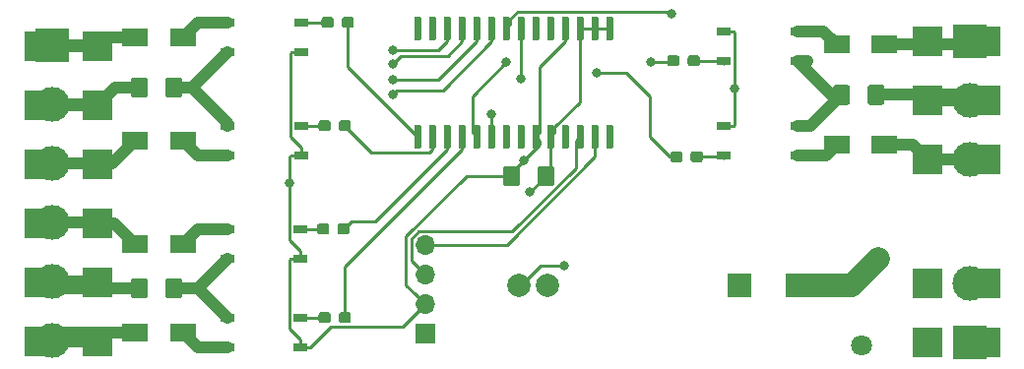
<source format=gbr>
G04 #@! TF.GenerationSoftware,KiCad,Pcbnew,(5.1.2)-2*
G04 #@! TF.CreationDate,2019-12-12T19:32:16+01:00*
G04 #@! TF.ProjectId,KernadouDomoPiloteDin,4b65726e-6164-46f7-9544-6f6d6f50696c,rev?*
G04 #@! TF.SameCoordinates,Original*
G04 #@! TF.FileFunction,Copper,L1,Top*
G04 #@! TF.FilePolarity,Positive*
%FSLAX46Y46*%
G04 Gerber Fmt 4.6, Leading zero omitted, Abs format (unit mm)*
G04 Created by KiCad (PCBNEW (5.1.2)-2) date 2019-12-12 19:32:16*
%MOMM*%
%LPD*%
G04 APERTURE LIST*
%ADD10R,2.000000X2.000000*%
%ADD11C,2.000000*%
%ADD12R,2.210000X1.530000*%
%ADD13R,2.500000X2.500000*%
%ADD14C,3.000000*%
%ADD15R,3.000000X3.000000*%
%ADD16C,0.100000*%
%ADD17C,1.425000*%
%ADD18C,0.950000*%
%ADD19O,1.700000X1.700000*%
%ADD20R,1.700000X1.700000*%
%ADD21R,1.200000X0.800000*%
%ADD22C,1.800000*%
%ADD23C,0.600000*%
%ADD24C,0.800000*%
%ADD25C,1.000000*%
%ADD26C,0.250000*%
%ADD27C,1.000000*%
%ADD28C,2.000000*%
G04 APERTURE END LIST*
D10*
X183120000Y-111617000D03*
X188120000Y-111617000D03*
D11*
X166620000Y-111617000D03*
X164120000Y-111617000D03*
D12*
X195565000Y-99553000D03*
X191465000Y-99553000D03*
X195565000Y-90917000D03*
X191465000Y-90917000D03*
X131140000Y-115682000D03*
X135240000Y-115682000D03*
X131140000Y-108062000D03*
X135240000Y-108062000D03*
X131140000Y-99172000D03*
X135240000Y-99172000D03*
X131140000Y-90282000D03*
X135240000Y-90282000D03*
D13*
X204248000Y-116571000D03*
X199248000Y-116571000D03*
X204248000Y-111491000D03*
X199248000Y-111491000D03*
X122874000Y-91044000D03*
X127874000Y-91044000D03*
X204248000Y-90663000D03*
X199248000Y-90663000D03*
X204248000Y-95743000D03*
X199248000Y-95743000D03*
X122874000Y-116444000D03*
X127874000Y-116444000D03*
X122874000Y-111364000D03*
X127874000Y-111364000D03*
X122874000Y-106284000D03*
X127874000Y-106284000D03*
X122874000Y-101204000D03*
X127874000Y-101204000D03*
D14*
X202931000Y-111491000D03*
D15*
X202931000Y-116571000D03*
D14*
X202931000Y-100823000D03*
X202931000Y-95743000D03*
D15*
X202931000Y-90663000D03*
D14*
X124000000Y-116400000D03*
X124000000Y-111320000D03*
X124000000Y-106240000D03*
D15*
X124000000Y-91000000D03*
D14*
X124000000Y-101160000D03*
X124000000Y-96080000D03*
D16*
G36*
X192369004Y-94361204D02*
G01*
X192393273Y-94364804D01*
X192417071Y-94370765D01*
X192440171Y-94379030D01*
X192462349Y-94389520D01*
X192483393Y-94402133D01*
X192503098Y-94416747D01*
X192521277Y-94433223D01*
X192537753Y-94451402D01*
X192552367Y-94471107D01*
X192564980Y-94492151D01*
X192575470Y-94514329D01*
X192583735Y-94537429D01*
X192589696Y-94561227D01*
X192593296Y-94585496D01*
X192594500Y-94610000D01*
X192594500Y-95860000D01*
X192593296Y-95884504D01*
X192589696Y-95908773D01*
X192583735Y-95932571D01*
X192575470Y-95955671D01*
X192564980Y-95977849D01*
X192552367Y-95998893D01*
X192537753Y-96018598D01*
X192521277Y-96036777D01*
X192503098Y-96053253D01*
X192483393Y-96067867D01*
X192462349Y-96080480D01*
X192440171Y-96090970D01*
X192417071Y-96099235D01*
X192393273Y-96105196D01*
X192369004Y-96108796D01*
X192344500Y-96110000D01*
X191419500Y-96110000D01*
X191394996Y-96108796D01*
X191370727Y-96105196D01*
X191346929Y-96099235D01*
X191323829Y-96090970D01*
X191301651Y-96080480D01*
X191280607Y-96067867D01*
X191260902Y-96053253D01*
X191242723Y-96036777D01*
X191226247Y-96018598D01*
X191211633Y-95998893D01*
X191199020Y-95977849D01*
X191188530Y-95955671D01*
X191180265Y-95932571D01*
X191174304Y-95908773D01*
X191170704Y-95884504D01*
X191169500Y-95860000D01*
X191169500Y-94610000D01*
X191170704Y-94585496D01*
X191174304Y-94561227D01*
X191180265Y-94537429D01*
X191188530Y-94514329D01*
X191199020Y-94492151D01*
X191211633Y-94471107D01*
X191226247Y-94451402D01*
X191242723Y-94433223D01*
X191260902Y-94416747D01*
X191280607Y-94402133D01*
X191301651Y-94389520D01*
X191323829Y-94379030D01*
X191346929Y-94370765D01*
X191370727Y-94364804D01*
X191394996Y-94361204D01*
X191419500Y-94360000D01*
X192344500Y-94360000D01*
X192369004Y-94361204D01*
X192369004Y-94361204D01*
G37*
D17*
X191882000Y-95235000D03*
D16*
G36*
X195344004Y-94361204D02*
G01*
X195368273Y-94364804D01*
X195392071Y-94370765D01*
X195415171Y-94379030D01*
X195437349Y-94389520D01*
X195458393Y-94402133D01*
X195478098Y-94416747D01*
X195496277Y-94433223D01*
X195512753Y-94451402D01*
X195527367Y-94471107D01*
X195539980Y-94492151D01*
X195550470Y-94514329D01*
X195558735Y-94537429D01*
X195564696Y-94561227D01*
X195568296Y-94585496D01*
X195569500Y-94610000D01*
X195569500Y-95860000D01*
X195568296Y-95884504D01*
X195564696Y-95908773D01*
X195558735Y-95932571D01*
X195550470Y-95955671D01*
X195539980Y-95977849D01*
X195527367Y-95998893D01*
X195512753Y-96018598D01*
X195496277Y-96036777D01*
X195478098Y-96053253D01*
X195458393Y-96067867D01*
X195437349Y-96080480D01*
X195415171Y-96090970D01*
X195392071Y-96099235D01*
X195368273Y-96105196D01*
X195344004Y-96108796D01*
X195319500Y-96110000D01*
X194394500Y-96110000D01*
X194369996Y-96108796D01*
X194345727Y-96105196D01*
X194321929Y-96099235D01*
X194298829Y-96090970D01*
X194276651Y-96080480D01*
X194255607Y-96067867D01*
X194235902Y-96053253D01*
X194217723Y-96036777D01*
X194201247Y-96018598D01*
X194186633Y-95998893D01*
X194174020Y-95977849D01*
X194163530Y-95955671D01*
X194155265Y-95932571D01*
X194149304Y-95908773D01*
X194145704Y-95884504D01*
X194144500Y-95860000D01*
X194144500Y-94610000D01*
X194145704Y-94585496D01*
X194149304Y-94561227D01*
X194155265Y-94537429D01*
X194163530Y-94514329D01*
X194174020Y-94492151D01*
X194186633Y-94471107D01*
X194201247Y-94451402D01*
X194217723Y-94433223D01*
X194235902Y-94416747D01*
X194255607Y-94402133D01*
X194276651Y-94389520D01*
X194298829Y-94379030D01*
X194321929Y-94370765D01*
X194345727Y-94364804D01*
X194369996Y-94361204D01*
X194394500Y-94360000D01*
X195319500Y-94360000D01*
X195344004Y-94361204D01*
X195344004Y-94361204D01*
G37*
D17*
X194857000Y-95235000D03*
D16*
G36*
X134965004Y-110998204D02*
G01*
X134989273Y-111001804D01*
X135013071Y-111007765D01*
X135036171Y-111016030D01*
X135058349Y-111026520D01*
X135079393Y-111039133D01*
X135099098Y-111053747D01*
X135117277Y-111070223D01*
X135133753Y-111088402D01*
X135148367Y-111108107D01*
X135160980Y-111129151D01*
X135171470Y-111151329D01*
X135179735Y-111174429D01*
X135185696Y-111198227D01*
X135189296Y-111222496D01*
X135190500Y-111247000D01*
X135190500Y-112497000D01*
X135189296Y-112521504D01*
X135185696Y-112545773D01*
X135179735Y-112569571D01*
X135171470Y-112592671D01*
X135160980Y-112614849D01*
X135148367Y-112635893D01*
X135133753Y-112655598D01*
X135117277Y-112673777D01*
X135099098Y-112690253D01*
X135079393Y-112704867D01*
X135058349Y-112717480D01*
X135036171Y-112727970D01*
X135013071Y-112736235D01*
X134989273Y-112742196D01*
X134965004Y-112745796D01*
X134940500Y-112747000D01*
X134015500Y-112747000D01*
X133990996Y-112745796D01*
X133966727Y-112742196D01*
X133942929Y-112736235D01*
X133919829Y-112727970D01*
X133897651Y-112717480D01*
X133876607Y-112704867D01*
X133856902Y-112690253D01*
X133838723Y-112673777D01*
X133822247Y-112655598D01*
X133807633Y-112635893D01*
X133795020Y-112614849D01*
X133784530Y-112592671D01*
X133776265Y-112569571D01*
X133770304Y-112545773D01*
X133766704Y-112521504D01*
X133765500Y-112497000D01*
X133765500Y-111247000D01*
X133766704Y-111222496D01*
X133770304Y-111198227D01*
X133776265Y-111174429D01*
X133784530Y-111151329D01*
X133795020Y-111129151D01*
X133807633Y-111108107D01*
X133822247Y-111088402D01*
X133838723Y-111070223D01*
X133856902Y-111053747D01*
X133876607Y-111039133D01*
X133897651Y-111026520D01*
X133919829Y-111016030D01*
X133942929Y-111007765D01*
X133966727Y-111001804D01*
X133990996Y-110998204D01*
X134015500Y-110997000D01*
X134940500Y-110997000D01*
X134965004Y-110998204D01*
X134965004Y-110998204D01*
G37*
D17*
X134478000Y-111872000D03*
D16*
G36*
X131990004Y-110998204D02*
G01*
X132014273Y-111001804D01*
X132038071Y-111007765D01*
X132061171Y-111016030D01*
X132083349Y-111026520D01*
X132104393Y-111039133D01*
X132124098Y-111053747D01*
X132142277Y-111070223D01*
X132158753Y-111088402D01*
X132173367Y-111108107D01*
X132185980Y-111129151D01*
X132196470Y-111151329D01*
X132204735Y-111174429D01*
X132210696Y-111198227D01*
X132214296Y-111222496D01*
X132215500Y-111247000D01*
X132215500Y-112497000D01*
X132214296Y-112521504D01*
X132210696Y-112545773D01*
X132204735Y-112569571D01*
X132196470Y-112592671D01*
X132185980Y-112614849D01*
X132173367Y-112635893D01*
X132158753Y-112655598D01*
X132142277Y-112673777D01*
X132124098Y-112690253D01*
X132104393Y-112704867D01*
X132083349Y-112717480D01*
X132061171Y-112727970D01*
X132038071Y-112736235D01*
X132014273Y-112742196D01*
X131990004Y-112745796D01*
X131965500Y-112747000D01*
X131040500Y-112747000D01*
X131015996Y-112745796D01*
X130991727Y-112742196D01*
X130967929Y-112736235D01*
X130944829Y-112727970D01*
X130922651Y-112717480D01*
X130901607Y-112704867D01*
X130881902Y-112690253D01*
X130863723Y-112673777D01*
X130847247Y-112655598D01*
X130832633Y-112635893D01*
X130820020Y-112614849D01*
X130809530Y-112592671D01*
X130801265Y-112569571D01*
X130795304Y-112545773D01*
X130791704Y-112521504D01*
X130790500Y-112497000D01*
X130790500Y-111247000D01*
X130791704Y-111222496D01*
X130795304Y-111198227D01*
X130801265Y-111174429D01*
X130809530Y-111151329D01*
X130820020Y-111129151D01*
X130832633Y-111108107D01*
X130847247Y-111088402D01*
X130863723Y-111070223D01*
X130881902Y-111053747D01*
X130901607Y-111039133D01*
X130922651Y-111026520D01*
X130944829Y-111016030D01*
X130967929Y-111007765D01*
X130991727Y-111001804D01*
X131015996Y-110998204D01*
X131040500Y-110997000D01*
X131965500Y-110997000D01*
X131990004Y-110998204D01*
X131990004Y-110998204D01*
G37*
D17*
X131503000Y-111872000D03*
D16*
G36*
X134965004Y-93726204D02*
G01*
X134989273Y-93729804D01*
X135013071Y-93735765D01*
X135036171Y-93744030D01*
X135058349Y-93754520D01*
X135079393Y-93767133D01*
X135099098Y-93781747D01*
X135117277Y-93798223D01*
X135133753Y-93816402D01*
X135148367Y-93836107D01*
X135160980Y-93857151D01*
X135171470Y-93879329D01*
X135179735Y-93902429D01*
X135185696Y-93926227D01*
X135189296Y-93950496D01*
X135190500Y-93975000D01*
X135190500Y-95225000D01*
X135189296Y-95249504D01*
X135185696Y-95273773D01*
X135179735Y-95297571D01*
X135171470Y-95320671D01*
X135160980Y-95342849D01*
X135148367Y-95363893D01*
X135133753Y-95383598D01*
X135117277Y-95401777D01*
X135099098Y-95418253D01*
X135079393Y-95432867D01*
X135058349Y-95445480D01*
X135036171Y-95455970D01*
X135013071Y-95464235D01*
X134989273Y-95470196D01*
X134965004Y-95473796D01*
X134940500Y-95475000D01*
X134015500Y-95475000D01*
X133990996Y-95473796D01*
X133966727Y-95470196D01*
X133942929Y-95464235D01*
X133919829Y-95455970D01*
X133897651Y-95445480D01*
X133876607Y-95432867D01*
X133856902Y-95418253D01*
X133838723Y-95401777D01*
X133822247Y-95383598D01*
X133807633Y-95363893D01*
X133795020Y-95342849D01*
X133784530Y-95320671D01*
X133776265Y-95297571D01*
X133770304Y-95273773D01*
X133766704Y-95249504D01*
X133765500Y-95225000D01*
X133765500Y-93975000D01*
X133766704Y-93950496D01*
X133770304Y-93926227D01*
X133776265Y-93902429D01*
X133784530Y-93879329D01*
X133795020Y-93857151D01*
X133807633Y-93836107D01*
X133822247Y-93816402D01*
X133838723Y-93798223D01*
X133856902Y-93781747D01*
X133876607Y-93767133D01*
X133897651Y-93754520D01*
X133919829Y-93744030D01*
X133942929Y-93735765D01*
X133966727Y-93729804D01*
X133990996Y-93726204D01*
X134015500Y-93725000D01*
X134940500Y-93725000D01*
X134965004Y-93726204D01*
X134965004Y-93726204D01*
G37*
D17*
X134478000Y-94600000D03*
D16*
G36*
X131990004Y-93726204D02*
G01*
X132014273Y-93729804D01*
X132038071Y-93735765D01*
X132061171Y-93744030D01*
X132083349Y-93754520D01*
X132104393Y-93767133D01*
X132124098Y-93781747D01*
X132142277Y-93798223D01*
X132158753Y-93816402D01*
X132173367Y-93836107D01*
X132185980Y-93857151D01*
X132196470Y-93879329D01*
X132204735Y-93902429D01*
X132210696Y-93926227D01*
X132214296Y-93950496D01*
X132215500Y-93975000D01*
X132215500Y-95225000D01*
X132214296Y-95249504D01*
X132210696Y-95273773D01*
X132204735Y-95297571D01*
X132196470Y-95320671D01*
X132185980Y-95342849D01*
X132173367Y-95363893D01*
X132158753Y-95383598D01*
X132142277Y-95401777D01*
X132124098Y-95418253D01*
X132104393Y-95432867D01*
X132083349Y-95445480D01*
X132061171Y-95455970D01*
X132038071Y-95464235D01*
X132014273Y-95470196D01*
X131990004Y-95473796D01*
X131965500Y-95475000D01*
X131040500Y-95475000D01*
X131015996Y-95473796D01*
X130991727Y-95470196D01*
X130967929Y-95464235D01*
X130944829Y-95455970D01*
X130922651Y-95445480D01*
X130901607Y-95432867D01*
X130881902Y-95418253D01*
X130863723Y-95401777D01*
X130847247Y-95383598D01*
X130832633Y-95363893D01*
X130820020Y-95342849D01*
X130809530Y-95320671D01*
X130801265Y-95297571D01*
X130795304Y-95273773D01*
X130791704Y-95249504D01*
X130790500Y-95225000D01*
X130790500Y-93975000D01*
X130791704Y-93950496D01*
X130795304Y-93926227D01*
X130801265Y-93902429D01*
X130809530Y-93879329D01*
X130820020Y-93857151D01*
X130832633Y-93836107D01*
X130847247Y-93816402D01*
X130863723Y-93798223D01*
X130881902Y-93781747D01*
X130901607Y-93767133D01*
X130922651Y-93754520D01*
X130944829Y-93744030D01*
X130967929Y-93735765D01*
X130991727Y-93729804D01*
X131015996Y-93726204D01*
X131040500Y-93725000D01*
X131965500Y-93725000D01*
X131990004Y-93726204D01*
X131990004Y-93726204D01*
G37*
D17*
X131503000Y-94600000D03*
D16*
G36*
X177742779Y-91840144D02*
G01*
X177765834Y-91843563D01*
X177788443Y-91849227D01*
X177810387Y-91857079D01*
X177831457Y-91867044D01*
X177851448Y-91879026D01*
X177870168Y-91892910D01*
X177887438Y-91908562D01*
X177903090Y-91925832D01*
X177916974Y-91944552D01*
X177928956Y-91964543D01*
X177938921Y-91985613D01*
X177946773Y-92007557D01*
X177952437Y-92030166D01*
X177955856Y-92053221D01*
X177957000Y-92076500D01*
X177957000Y-92551500D01*
X177955856Y-92574779D01*
X177952437Y-92597834D01*
X177946773Y-92620443D01*
X177938921Y-92642387D01*
X177928956Y-92663457D01*
X177916974Y-92683448D01*
X177903090Y-92702168D01*
X177887438Y-92719438D01*
X177870168Y-92735090D01*
X177851448Y-92748974D01*
X177831457Y-92760956D01*
X177810387Y-92770921D01*
X177788443Y-92778773D01*
X177765834Y-92784437D01*
X177742779Y-92787856D01*
X177719500Y-92789000D01*
X177144500Y-92789000D01*
X177121221Y-92787856D01*
X177098166Y-92784437D01*
X177075557Y-92778773D01*
X177053613Y-92770921D01*
X177032543Y-92760956D01*
X177012552Y-92748974D01*
X176993832Y-92735090D01*
X176976562Y-92719438D01*
X176960910Y-92702168D01*
X176947026Y-92683448D01*
X176935044Y-92663457D01*
X176925079Y-92642387D01*
X176917227Y-92620443D01*
X176911563Y-92597834D01*
X176908144Y-92574779D01*
X176907000Y-92551500D01*
X176907000Y-92076500D01*
X176908144Y-92053221D01*
X176911563Y-92030166D01*
X176917227Y-92007557D01*
X176925079Y-91985613D01*
X176935044Y-91964543D01*
X176947026Y-91944552D01*
X176960910Y-91925832D01*
X176976562Y-91908562D01*
X176993832Y-91892910D01*
X177012552Y-91879026D01*
X177032543Y-91867044D01*
X177053613Y-91857079D01*
X177075557Y-91849227D01*
X177098166Y-91843563D01*
X177121221Y-91840144D01*
X177144500Y-91839000D01*
X177719500Y-91839000D01*
X177742779Y-91840144D01*
X177742779Y-91840144D01*
G37*
D18*
X177432000Y-92314000D03*
D16*
G36*
X179492779Y-91840144D02*
G01*
X179515834Y-91843563D01*
X179538443Y-91849227D01*
X179560387Y-91857079D01*
X179581457Y-91867044D01*
X179601448Y-91879026D01*
X179620168Y-91892910D01*
X179637438Y-91908562D01*
X179653090Y-91925832D01*
X179666974Y-91944552D01*
X179678956Y-91964543D01*
X179688921Y-91985613D01*
X179696773Y-92007557D01*
X179702437Y-92030166D01*
X179705856Y-92053221D01*
X179707000Y-92076500D01*
X179707000Y-92551500D01*
X179705856Y-92574779D01*
X179702437Y-92597834D01*
X179696773Y-92620443D01*
X179688921Y-92642387D01*
X179678956Y-92663457D01*
X179666974Y-92683448D01*
X179653090Y-92702168D01*
X179637438Y-92719438D01*
X179620168Y-92735090D01*
X179601448Y-92748974D01*
X179581457Y-92760956D01*
X179560387Y-92770921D01*
X179538443Y-92778773D01*
X179515834Y-92784437D01*
X179492779Y-92787856D01*
X179469500Y-92789000D01*
X178894500Y-92789000D01*
X178871221Y-92787856D01*
X178848166Y-92784437D01*
X178825557Y-92778773D01*
X178803613Y-92770921D01*
X178782543Y-92760956D01*
X178762552Y-92748974D01*
X178743832Y-92735090D01*
X178726562Y-92719438D01*
X178710910Y-92702168D01*
X178697026Y-92683448D01*
X178685044Y-92663457D01*
X178675079Y-92642387D01*
X178667227Y-92620443D01*
X178661563Y-92597834D01*
X178658144Y-92574779D01*
X178657000Y-92551500D01*
X178657000Y-92076500D01*
X178658144Y-92053221D01*
X178661563Y-92030166D01*
X178667227Y-92007557D01*
X178675079Y-91985613D01*
X178685044Y-91964543D01*
X178697026Y-91944552D01*
X178710910Y-91925832D01*
X178726562Y-91908562D01*
X178743832Y-91892910D01*
X178762552Y-91879026D01*
X178782543Y-91867044D01*
X178803613Y-91857079D01*
X178825557Y-91849227D01*
X178848166Y-91843563D01*
X178871221Y-91840144D01*
X178894500Y-91839000D01*
X179469500Y-91839000D01*
X179492779Y-91840144D01*
X179492779Y-91840144D01*
G37*
D18*
X179182000Y-92314000D03*
D16*
G36*
X166969004Y-101346204D02*
G01*
X166993273Y-101349804D01*
X167017071Y-101355765D01*
X167040171Y-101364030D01*
X167062349Y-101374520D01*
X167083393Y-101387133D01*
X167103098Y-101401747D01*
X167121277Y-101418223D01*
X167137753Y-101436402D01*
X167152367Y-101456107D01*
X167164980Y-101477151D01*
X167175470Y-101499329D01*
X167183735Y-101522429D01*
X167189696Y-101546227D01*
X167193296Y-101570496D01*
X167194500Y-101595000D01*
X167194500Y-102845000D01*
X167193296Y-102869504D01*
X167189696Y-102893773D01*
X167183735Y-102917571D01*
X167175470Y-102940671D01*
X167164980Y-102962849D01*
X167152367Y-102983893D01*
X167137753Y-103003598D01*
X167121277Y-103021777D01*
X167103098Y-103038253D01*
X167083393Y-103052867D01*
X167062349Y-103065480D01*
X167040171Y-103075970D01*
X167017071Y-103084235D01*
X166993273Y-103090196D01*
X166969004Y-103093796D01*
X166944500Y-103095000D01*
X166019500Y-103095000D01*
X165994996Y-103093796D01*
X165970727Y-103090196D01*
X165946929Y-103084235D01*
X165923829Y-103075970D01*
X165901651Y-103065480D01*
X165880607Y-103052867D01*
X165860902Y-103038253D01*
X165842723Y-103021777D01*
X165826247Y-103003598D01*
X165811633Y-102983893D01*
X165799020Y-102962849D01*
X165788530Y-102940671D01*
X165780265Y-102917571D01*
X165774304Y-102893773D01*
X165770704Y-102869504D01*
X165769500Y-102845000D01*
X165769500Y-101595000D01*
X165770704Y-101570496D01*
X165774304Y-101546227D01*
X165780265Y-101522429D01*
X165788530Y-101499329D01*
X165799020Y-101477151D01*
X165811633Y-101456107D01*
X165826247Y-101436402D01*
X165842723Y-101418223D01*
X165860902Y-101401747D01*
X165880607Y-101387133D01*
X165901651Y-101374520D01*
X165923829Y-101364030D01*
X165946929Y-101355765D01*
X165970727Y-101349804D01*
X165994996Y-101346204D01*
X166019500Y-101345000D01*
X166944500Y-101345000D01*
X166969004Y-101346204D01*
X166969004Y-101346204D01*
G37*
D17*
X166482000Y-102220000D03*
D16*
G36*
X163994004Y-101346204D02*
G01*
X164018273Y-101349804D01*
X164042071Y-101355765D01*
X164065171Y-101364030D01*
X164087349Y-101374520D01*
X164108393Y-101387133D01*
X164128098Y-101401747D01*
X164146277Y-101418223D01*
X164162753Y-101436402D01*
X164177367Y-101456107D01*
X164189980Y-101477151D01*
X164200470Y-101499329D01*
X164208735Y-101522429D01*
X164214696Y-101546227D01*
X164218296Y-101570496D01*
X164219500Y-101595000D01*
X164219500Y-102845000D01*
X164218296Y-102869504D01*
X164214696Y-102893773D01*
X164208735Y-102917571D01*
X164200470Y-102940671D01*
X164189980Y-102962849D01*
X164177367Y-102983893D01*
X164162753Y-103003598D01*
X164146277Y-103021777D01*
X164128098Y-103038253D01*
X164108393Y-103052867D01*
X164087349Y-103065480D01*
X164065171Y-103075970D01*
X164042071Y-103084235D01*
X164018273Y-103090196D01*
X163994004Y-103093796D01*
X163969500Y-103095000D01*
X163044500Y-103095000D01*
X163019996Y-103093796D01*
X162995727Y-103090196D01*
X162971929Y-103084235D01*
X162948829Y-103075970D01*
X162926651Y-103065480D01*
X162905607Y-103052867D01*
X162885902Y-103038253D01*
X162867723Y-103021777D01*
X162851247Y-103003598D01*
X162836633Y-102983893D01*
X162824020Y-102962849D01*
X162813530Y-102940671D01*
X162805265Y-102917571D01*
X162799304Y-102893773D01*
X162795704Y-102869504D01*
X162794500Y-102845000D01*
X162794500Y-101595000D01*
X162795704Y-101570496D01*
X162799304Y-101546227D01*
X162805265Y-101522429D01*
X162813530Y-101499329D01*
X162824020Y-101477151D01*
X162836633Y-101456107D01*
X162851247Y-101436402D01*
X162867723Y-101418223D01*
X162885902Y-101401747D01*
X162905607Y-101387133D01*
X162926651Y-101374520D01*
X162948829Y-101364030D01*
X162971929Y-101355765D01*
X162995727Y-101349804D01*
X163019996Y-101346204D01*
X163044500Y-101345000D01*
X163969500Y-101345000D01*
X163994004Y-101346204D01*
X163994004Y-101346204D01*
G37*
D17*
X163507000Y-102220000D03*
D13*
X122874000Y-96124000D03*
X127874000Y-96124000D03*
X204248000Y-100823000D03*
X199248000Y-100823000D03*
D19*
X156068000Y-108189000D03*
X156068000Y-110729000D03*
X156068000Y-113269000D03*
D20*
X156068000Y-115809000D03*
D21*
X145400000Y-100442000D03*
X139100000Y-97902000D03*
X145400000Y-97902000D03*
X139100000Y-100442000D03*
X145400000Y-91552000D03*
X139100000Y-89012000D03*
X145400000Y-89012000D03*
X139100000Y-91552000D03*
D22*
X193607000Y-116832000D03*
X195057000Y-109332000D03*
D16*
G36*
X155597703Y-88495722D02*
G01*
X155612264Y-88497882D01*
X155626543Y-88501459D01*
X155640403Y-88506418D01*
X155653710Y-88512712D01*
X155666336Y-88520280D01*
X155678159Y-88529048D01*
X155689066Y-88538934D01*
X155698952Y-88549841D01*
X155707720Y-88561664D01*
X155715288Y-88574290D01*
X155721582Y-88587597D01*
X155726541Y-88601457D01*
X155730118Y-88615736D01*
X155732278Y-88630297D01*
X155733000Y-88645000D01*
X155733000Y-90395000D01*
X155732278Y-90409703D01*
X155730118Y-90424264D01*
X155726541Y-90438543D01*
X155721582Y-90452403D01*
X155715288Y-90465710D01*
X155707720Y-90478336D01*
X155698952Y-90490159D01*
X155689066Y-90501066D01*
X155678159Y-90510952D01*
X155666336Y-90519720D01*
X155653710Y-90527288D01*
X155640403Y-90533582D01*
X155626543Y-90538541D01*
X155612264Y-90542118D01*
X155597703Y-90544278D01*
X155583000Y-90545000D01*
X155283000Y-90545000D01*
X155268297Y-90544278D01*
X155253736Y-90542118D01*
X155239457Y-90538541D01*
X155225597Y-90533582D01*
X155212290Y-90527288D01*
X155199664Y-90519720D01*
X155187841Y-90510952D01*
X155176934Y-90501066D01*
X155167048Y-90490159D01*
X155158280Y-90478336D01*
X155150712Y-90465710D01*
X155144418Y-90452403D01*
X155139459Y-90438543D01*
X155135882Y-90424264D01*
X155133722Y-90409703D01*
X155133000Y-90395000D01*
X155133000Y-88645000D01*
X155133722Y-88630297D01*
X155135882Y-88615736D01*
X155139459Y-88601457D01*
X155144418Y-88587597D01*
X155150712Y-88574290D01*
X155158280Y-88561664D01*
X155167048Y-88549841D01*
X155176934Y-88538934D01*
X155187841Y-88529048D01*
X155199664Y-88520280D01*
X155212290Y-88512712D01*
X155225597Y-88506418D01*
X155239457Y-88501459D01*
X155253736Y-88497882D01*
X155268297Y-88495722D01*
X155283000Y-88495000D01*
X155583000Y-88495000D01*
X155597703Y-88495722D01*
X155597703Y-88495722D01*
G37*
D23*
X155433000Y-89520000D03*
D16*
G36*
X156867703Y-88495722D02*
G01*
X156882264Y-88497882D01*
X156896543Y-88501459D01*
X156910403Y-88506418D01*
X156923710Y-88512712D01*
X156936336Y-88520280D01*
X156948159Y-88529048D01*
X156959066Y-88538934D01*
X156968952Y-88549841D01*
X156977720Y-88561664D01*
X156985288Y-88574290D01*
X156991582Y-88587597D01*
X156996541Y-88601457D01*
X157000118Y-88615736D01*
X157002278Y-88630297D01*
X157003000Y-88645000D01*
X157003000Y-90395000D01*
X157002278Y-90409703D01*
X157000118Y-90424264D01*
X156996541Y-90438543D01*
X156991582Y-90452403D01*
X156985288Y-90465710D01*
X156977720Y-90478336D01*
X156968952Y-90490159D01*
X156959066Y-90501066D01*
X156948159Y-90510952D01*
X156936336Y-90519720D01*
X156923710Y-90527288D01*
X156910403Y-90533582D01*
X156896543Y-90538541D01*
X156882264Y-90542118D01*
X156867703Y-90544278D01*
X156853000Y-90545000D01*
X156553000Y-90545000D01*
X156538297Y-90544278D01*
X156523736Y-90542118D01*
X156509457Y-90538541D01*
X156495597Y-90533582D01*
X156482290Y-90527288D01*
X156469664Y-90519720D01*
X156457841Y-90510952D01*
X156446934Y-90501066D01*
X156437048Y-90490159D01*
X156428280Y-90478336D01*
X156420712Y-90465710D01*
X156414418Y-90452403D01*
X156409459Y-90438543D01*
X156405882Y-90424264D01*
X156403722Y-90409703D01*
X156403000Y-90395000D01*
X156403000Y-88645000D01*
X156403722Y-88630297D01*
X156405882Y-88615736D01*
X156409459Y-88601457D01*
X156414418Y-88587597D01*
X156420712Y-88574290D01*
X156428280Y-88561664D01*
X156437048Y-88549841D01*
X156446934Y-88538934D01*
X156457841Y-88529048D01*
X156469664Y-88520280D01*
X156482290Y-88512712D01*
X156495597Y-88506418D01*
X156509457Y-88501459D01*
X156523736Y-88497882D01*
X156538297Y-88495722D01*
X156553000Y-88495000D01*
X156853000Y-88495000D01*
X156867703Y-88495722D01*
X156867703Y-88495722D01*
G37*
D23*
X156703000Y-89520000D03*
D16*
G36*
X158137703Y-88495722D02*
G01*
X158152264Y-88497882D01*
X158166543Y-88501459D01*
X158180403Y-88506418D01*
X158193710Y-88512712D01*
X158206336Y-88520280D01*
X158218159Y-88529048D01*
X158229066Y-88538934D01*
X158238952Y-88549841D01*
X158247720Y-88561664D01*
X158255288Y-88574290D01*
X158261582Y-88587597D01*
X158266541Y-88601457D01*
X158270118Y-88615736D01*
X158272278Y-88630297D01*
X158273000Y-88645000D01*
X158273000Y-90395000D01*
X158272278Y-90409703D01*
X158270118Y-90424264D01*
X158266541Y-90438543D01*
X158261582Y-90452403D01*
X158255288Y-90465710D01*
X158247720Y-90478336D01*
X158238952Y-90490159D01*
X158229066Y-90501066D01*
X158218159Y-90510952D01*
X158206336Y-90519720D01*
X158193710Y-90527288D01*
X158180403Y-90533582D01*
X158166543Y-90538541D01*
X158152264Y-90542118D01*
X158137703Y-90544278D01*
X158123000Y-90545000D01*
X157823000Y-90545000D01*
X157808297Y-90544278D01*
X157793736Y-90542118D01*
X157779457Y-90538541D01*
X157765597Y-90533582D01*
X157752290Y-90527288D01*
X157739664Y-90519720D01*
X157727841Y-90510952D01*
X157716934Y-90501066D01*
X157707048Y-90490159D01*
X157698280Y-90478336D01*
X157690712Y-90465710D01*
X157684418Y-90452403D01*
X157679459Y-90438543D01*
X157675882Y-90424264D01*
X157673722Y-90409703D01*
X157673000Y-90395000D01*
X157673000Y-88645000D01*
X157673722Y-88630297D01*
X157675882Y-88615736D01*
X157679459Y-88601457D01*
X157684418Y-88587597D01*
X157690712Y-88574290D01*
X157698280Y-88561664D01*
X157707048Y-88549841D01*
X157716934Y-88538934D01*
X157727841Y-88529048D01*
X157739664Y-88520280D01*
X157752290Y-88512712D01*
X157765597Y-88506418D01*
X157779457Y-88501459D01*
X157793736Y-88497882D01*
X157808297Y-88495722D01*
X157823000Y-88495000D01*
X158123000Y-88495000D01*
X158137703Y-88495722D01*
X158137703Y-88495722D01*
G37*
D23*
X157973000Y-89520000D03*
D16*
G36*
X159407703Y-88495722D02*
G01*
X159422264Y-88497882D01*
X159436543Y-88501459D01*
X159450403Y-88506418D01*
X159463710Y-88512712D01*
X159476336Y-88520280D01*
X159488159Y-88529048D01*
X159499066Y-88538934D01*
X159508952Y-88549841D01*
X159517720Y-88561664D01*
X159525288Y-88574290D01*
X159531582Y-88587597D01*
X159536541Y-88601457D01*
X159540118Y-88615736D01*
X159542278Y-88630297D01*
X159543000Y-88645000D01*
X159543000Y-90395000D01*
X159542278Y-90409703D01*
X159540118Y-90424264D01*
X159536541Y-90438543D01*
X159531582Y-90452403D01*
X159525288Y-90465710D01*
X159517720Y-90478336D01*
X159508952Y-90490159D01*
X159499066Y-90501066D01*
X159488159Y-90510952D01*
X159476336Y-90519720D01*
X159463710Y-90527288D01*
X159450403Y-90533582D01*
X159436543Y-90538541D01*
X159422264Y-90542118D01*
X159407703Y-90544278D01*
X159393000Y-90545000D01*
X159093000Y-90545000D01*
X159078297Y-90544278D01*
X159063736Y-90542118D01*
X159049457Y-90538541D01*
X159035597Y-90533582D01*
X159022290Y-90527288D01*
X159009664Y-90519720D01*
X158997841Y-90510952D01*
X158986934Y-90501066D01*
X158977048Y-90490159D01*
X158968280Y-90478336D01*
X158960712Y-90465710D01*
X158954418Y-90452403D01*
X158949459Y-90438543D01*
X158945882Y-90424264D01*
X158943722Y-90409703D01*
X158943000Y-90395000D01*
X158943000Y-88645000D01*
X158943722Y-88630297D01*
X158945882Y-88615736D01*
X158949459Y-88601457D01*
X158954418Y-88587597D01*
X158960712Y-88574290D01*
X158968280Y-88561664D01*
X158977048Y-88549841D01*
X158986934Y-88538934D01*
X158997841Y-88529048D01*
X159009664Y-88520280D01*
X159022290Y-88512712D01*
X159035597Y-88506418D01*
X159049457Y-88501459D01*
X159063736Y-88497882D01*
X159078297Y-88495722D01*
X159093000Y-88495000D01*
X159393000Y-88495000D01*
X159407703Y-88495722D01*
X159407703Y-88495722D01*
G37*
D23*
X159243000Y-89520000D03*
D16*
G36*
X160677703Y-88495722D02*
G01*
X160692264Y-88497882D01*
X160706543Y-88501459D01*
X160720403Y-88506418D01*
X160733710Y-88512712D01*
X160746336Y-88520280D01*
X160758159Y-88529048D01*
X160769066Y-88538934D01*
X160778952Y-88549841D01*
X160787720Y-88561664D01*
X160795288Y-88574290D01*
X160801582Y-88587597D01*
X160806541Y-88601457D01*
X160810118Y-88615736D01*
X160812278Y-88630297D01*
X160813000Y-88645000D01*
X160813000Y-90395000D01*
X160812278Y-90409703D01*
X160810118Y-90424264D01*
X160806541Y-90438543D01*
X160801582Y-90452403D01*
X160795288Y-90465710D01*
X160787720Y-90478336D01*
X160778952Y-90490159D01*
X160769066Y-90501066D01*
X160758159Y-90510952D01*
X160746336Y-90519720D01*
X160733710Y-90527288D01*
X160720403Y-90533582D01*
X160706543Y-90538541D01*
X160692264Y-90542118D01*
X160677703Y-90544278D01*
X160663000Y-90545000D01*
X160363000Y-90545000D01*
X160348297Y-90544278D01*
X160333736Y-90542118D01*
X160319457Y-90538541D01*
X160305597Y-90533582D01*
X160292290Y-90527288D01*
X160279664Y-90519720D01*
X160267841Y-90510952D01*
X160256934Y-90501066D01*
X160247048Y-90490159D01*
X160238280Y-90478336D01*
X160230712Y-90465710D01*
X160224418Y-90452403D01*
X160219459Y-90438543D01*
X160215882Y-90424264D01*
X160213722Y-90409703D01*
X160213000Y-90395000D01*
X160213000Y-88645000D01*
X160213722Y-88630297D01*
X160215882Y-88615736D01*
X160219459Y-88601457D01*
X160224418Y-88587597D01*
X160230712Y-88574290D01*
X160238280Y-88561664D01*
X160247048Y-88549841D01*
X160256934Y-88538934D01*
X160267841Y-88529048D01*
X160279664Y-88520280D01*
X160292290Y-88512712D01*
X160305597Y-88506418D01*
X160319457Y-88501459D01*
X160333736Y-88497882D01*
X160348297Y-88495722D01*
X160363000Y-88495000D01*
X160663000Y-88495000D01*
X160677703Y-88495722D01*
X160677703Y-88495722D01*
G37*
D23*
X160513000Y-89520000D03*
D16*
G36*
X161947703Y-88495722D02*
G01*
X161962264Y-88497882D01*
X161976543Y-88501459D01*
X161990403Y-88506418D01*
X162003710Y-88512712D01*
X162016336Y-88520280D01*
X162028159Y-88529048D01*
X162039066Y-88538934D01*
X162048952Y-88549841D01*
X162057720Y-88561664D01*
X162065288Y-88574290D01*
X162071582Y-88587597D01*
X162076541Y-88601457D01*
X162080118Y-88615736D01*
X162082278Y-88630297D01*
X162083000Y-88645000D01*
X162083000Y-90395000D01*
X162082278Y-90409703D01*
X162080118Y-90424264D01*
X162076541Y-90438543D01*
X162071582Y-90452403D01*
X162065288Y-90465710D01*
X162057720Y-90478336D01*
X162048952Y-90490159D01*
X162039066Y-90501066D01*
X162028159Y-90510952D01*
X162016336Y-90519720D01*
X162003710Y-90527288D01*
X161990403Y-90533582D01*
X161976543Y-90538541D01*
X161962264Y-90542118D01*
X161947703Y-90544278D01*
X161933000Y-90545000D01*
X161633000Y-90545000D01*
X161618297Y-90544278D01*
X161603736Y-90542118D01*
X161589457Y-90538541D01*
X161575597Y-90533582D01*
X161562290Y-90527288D01*
X161549664Y-90519720D01*
X161537841Y-90510952D01*
X161526934Y-90501066D01*
X161517048Y-90490159D01*
X161508280Y-90478336D01*
X161500712Y-90465710D01*
X161494418Y-90452403D01*
X161489459Y-90438543D01*
X161485882Y-90424264D01*
X161483722Y-90409703D01*
X161483000Y-90395000D01*
X161483000Y-88645000D01*
X161483722Y-88630297D01*
X161485882Y-88615736D01*
X161489459Y-88601457D01*
X161494418Y-88587597D01*
X161500712Y-88574290D01*
X161508280Y-88561664D01*
X161517048Y-88549841D01*
X161526934Y-88538934D01*
X161537841Y-88529048D01*
X161549664Y-88520280D01*
X161562290Y-88512712D01*
X161575597Y-88506418D01*
X161589457Y-88501459D01*
X161603736Y-88497882D01*
X161618297Y-88495722D01*
X161633000Y-88495000D01*
X161933000Y-88495000D01*
X161947703Y-88495722D01*
X161947703Y-88495722D01*
G37*
D23*
X161783000Y-89520000D03*
D16*
G36*
X163217703Y-88495722D02*
G01*
X163232264Y-88497882D01*
X163246543Y-88501459D01*
X163260403Y-88506418D01*
X163273710Y-88512712D01*
X163286336Y-88520280D01*
X163298159Y-88529048D01*
X163309066Y-88538934D01*
X163318952Y-88549841D01*
X163327720Y-88561664D01*
X163335288Y-88574290D01*
X163341582Y-88587597D01*
X163346541Y-88601457D01*
X163350118Y-88615736D01*
X163352278Y-88630297D01*
X163353000Y-88645000D01*
X163353000Y-90395000D01*
X163352278Y-90409703D01*
X163350118Y-90424264D01*
X163346541Y-90438543D01*
X163341582Y-90452403D01*
X163335288Y-90465710D01*
X163327720Y-90478336D01*
X163318952Y-90490159D01*
X163309066Y-90501066D01*
X163298159Y-90510952D01*
X163286336Y-90519720D01*
X163273710Y-90527288D01*
X163260403Y-90533582D01*
X163246543Y-90538541D01*
X163232264Y-90542118D01*
X163217703Y-90544278D01*
X163203000Y-90545000D01*
X162903000Y-90545000D01*
X162888297Y-90544278D01*
X162873736Y-90542118D01*
X162859457Y-90538541D01*
X162845597Y-90533582D01*
X162832290Y-90527288D01*
X162819664Y-90519720D01*
X162807841Y-90510952D01*
X162796934Y-90501066D01*
X162787048Y-90490159D01*
X162778280Y-90478336D01*
X162770712Y-90465710D01*
X162764418Y-90452403D01*
X162759459Y-90438543D01*
X162755882Y-90424264D01*
X162753722Y-90409703D01*
X162753000Y-90395000D01*
X162753000Y-88645000D01*
X162753722Y-88630297D01*
X162755882Y-88615736D01*
X162759459Y-88601457D01*
X162764418Y-88587597D01*
X162770712Y-88574290D01*
X162778280Y-88561664D01*
X162787048Y-88549841D01*
X162796934Y-88538934D01*
X162807841Y-88529048D01*
X162819664Y-88520280D01*
X162832290Y-88512712D01*
X162845597Y-88506418D01*
X162859457Y-88501459D01*
X162873736Y-88497882D01*
X162888297Y-88495722D01*
X162903000Y-88495000D01*
X163203000Y-88495000D01*
X163217703Y-88495722D01*
X163217703Y-88495722D01*
G37*
D23*
X163053000Y-89520000D03*
D16*
G36*
X164487703Y-88495722D02*
G01*
X164502264Y-88497882D01*
X164516543Y-88501459D01*
X164530403Y-88506418D01*
X164543710Y-88512712D01*
X164556336Y-88520280D01*
X164568159Y-88529048D01*
X164579066Y-88538934D01*
X164588952Y-88549841D01*
X164597720Y-88561664D01*
X164605288Y-88574290D01*
X164611582Y-88587597D01*
X164616541Y-88601457D01*
X164620118Y-88615736D01*
X164622278Y-88630297D01*
X164623000Y-88645000D01*
X164623000Y-90395000D01*
X164622278Y-90409703D01*
X164620118Y-90424264D01*
X164616541Y-90438543D01*
X164611582Y-90452403D01*
X164605288Y-90465710D01*
X164597720Y-90478336D01*
X164588952Y-90490159D01*
X164579066Y-90501066D01*
X164568159Y-90510952D01*
X164556336Y-90519720D01*
X164543710Y-90527288D01*
X164530403Y-90533582D01*
X164516543Y-90538541D01*
X164502264Y-90542118D01*
X164487703Y-90544278D01*
X164473000Y-90545000D01*
X164173000Y-90545000D01*
X164158297Y-90544278D01*
X164143736Y-90542118D01*
X164129457Y-90538541D01*
X164115597Y-90533582D01*
X164102290Y-90527288D01*
X164089664Y-90519720D01*
X164077841Y-90510952D01*
X164066934Y-90501066D01*
X164057048Y-90490159D01*
X164048280Y-90478336D01*
X164040712Y-90465710D01*
X164034418Y-90452403D01*
X164029459Y-90438543D01*
X164025882Y-90424264D01*
X164023722Y-90409703D01*
X164023000Y-90395000D01*
X164023000Y-88645000D01*
X164023722Y-88630297D01*
X164025882Y-88615736D01*
X164029459Y-88601457D01*
X164034418Y-88587597D01*
X164040712Y-88574290D01*
X164048280Y-88561664D01*
X164057048Y-88549841D01*
X164066934Y-88538934D01*
X164077841Y-88529048D01*
X164089664Y-88520280D01*
X164102290Y-88512712D01*
X164115597Y-88506418D01*
X164129457Y-88501459D01*
X164143736Y-88497882D01*
X164158297Y-88495722D01*
X164173000Y-88495000D01*
X164473000Y-88495000D01*
X164487703Y-88495722D01*
X164487703Y-88495722D01*
G37*
D23*
X164323000Y-89520000D03*
D16*
G36*
X165757703Y-88495722D02*
G01*
X165772264Y-88497882D01*
X165786543Y-88501459D01*
X165800403Y-88506418D01*
X165813710Y-88512712D01*
X165826336Y-88520280D01*
X165838159Y-88529048D01*
X165849066Y-88538934D01*
X165858952Y-88549841D01*
X165867720Y-88561664D01*
X165875288Y-88574290D01*
X165881582Y-88587597D01*
X165886541Y-88601457D01*
X165890118Y-88615736D01*
X165892278Y-88630297D01*
X165893000Y-88645000D01*
X165893000Y-90395000D01*
X165892278Y-90409703D01*
X165890118Y-90424264D01*
X165886541Y-90438543D01*
X165881582Y-90452403D01*
X165875288Y-90465710D01*
X165867720Y-90478336D01*
X165858952Y-90490159D01*
X165849066Y-90501066D01*
X165838159Y-90510952D01*
X165826336Y-90519720D01*
X165813710Y-90527288D01*
X165800403Y-90533582D01*
X165786543Y-90538541D01*
X165772264Y-90542118D01*
X165757703Y-90544278D01*
X165743000Y-90545000D01*
X165443000Y-90545000D01*
X165428297Y-90544278D01*
X165413736Y-90542118D01*
X165399457Y-90538541D01*
X165385597Y-90533582D01*
X165372290Y-90527288D01*
X165359664Y-90519720D01*
X165347841Y-90510952D01*
X165336934Y-90501066D01*
X165327048Y-90490159D01*
X165318280Y-90478336D01*
X165310712Y-90465710D01*
X165304418Y-90452403D01*
X165299459Y-90438543D01*
X165295882Y-90424264D01*
X165293722Y-90409703D01*
X165293000Y-90395000D01*
X165293000Y-88645000D01*
X165293722Y-88630297D01*
X165295882Y-88615736D01*
X165299459Y-88601457D01*
X165304418Y-88587597D01*
X165310712Y-88574290D01*
X165318280Y-88561664D01*
X165327048Y-88549841D01*
X165336934Y-88538934D01*
X165347841Y-88529048D01*
X165359664Y-88520280D01*
X165372290Y-88512712D01*
X165385597Y-88506418D01*
X165399457Y-88501459D01*
X165413736Y-88497882D01*
X165428297Y-88495722D01*
X165443000Y-88495000D01*
X165743000Y-88495000D01*
X165757703Y-88495722D01*
X165757703Y-88495722D01*
G37*
D23*
X165593000Y-89520000D03*
D16*
G36*
X167027703Y-88495722D02*
G01*
X167042264Y-88497882D01*
X167056543Y-88501459D01*
X167070403Y-88506418D01*
X167083710Y-88512712D01*
X167096336Y-88520280D01*
X167108159Y-88529048D01*
X167119066Y-88538934D01*
X167128952Y-88549841D01*
X167137720Y-88561664D01*
X167145288Y-88574290D01*
X167151582Y-88587597D01*
X167156541Y-88601457D01*
X167160118Y-88615736D01*
X167162278Y-88630297D01*
X167163000Y-88645000D01*
X167163000Y-90395000D01*
X167162278Y-90409703D01*
X167160118Y-90424264D01*
X167156541Y-90438543D01*
X167151582Y-90452403D01*
X167145288Y-90465710D01*
X167137720Y-90478336D01*
X167128952Y-90490159D01*
X167119066Y-90501066D01*
X167108159Y-90510952D01*
X167096336Y-90519720D01*
X167083710Y-90527288D01*
X167070403Y-90533582D01*
X167056543Y-90538541D01*
X167042264Y-90542118D01*
X167027703Y-90544278D01*
X167013000Y-90545000D01*
X166713000Y-90545000D01*
X166698297Y-90544278D01*
X166683736Y-90542118D01*
X166669457Y-90538541D01*
X166655597Y-90533582D01*
X166642290Y-90527288D01*
X166629664Y-90519720D01*
X166617841Y-90510952D01*
X166606934Y-90501066D01*
X166597048Y-90490159D01*
X166588280Y-90478336D01*
X166580712Y-90465710D01*
X166574418Y-90452403D01*
X166569459Y-90438543D01*
X166565882Y-90424264D01*
X166563722Y-90409703D01*
X166563000Y-90395000D01*
X166563000Y-88645000D01*
X166563722Y-88630297D01*
X166565882Y-88615736D01*
X166569459Y-88601457D01*
X166574418Y-88587597D01*
X166580712Y-88574290D01*
X166588280Y-88561664D01*
X166597048Y-88549841D01*
X166606934Y-88538934D01*
X166617841Y-88529048D01*
X166629664Y-88520280D01*
X166642290Y-88512712D01*
X166655597Y-88506418D01*
X166669457Y-88501459D01*
X166683736Y-88497882D01*
X166698297Y-88495722D01*
X166713000Y-88495000D01*
X167013000Y-88495000D01*
X167027703Y-88495722D01*
X167027703Y-88495722D01*
G37*
D23*
X166863000Y-89520000D03*
D16*
G36*
X168297703Y-88495722D02*
G01*
X168312264Y-88497882D01*
X168326543Y-88501459D01*
X168340403Y-88506418D01*
X168353710Y-88512712D01*
X168366336Y-88520280D01*
X168378159Y-88529048D01*
X168389066Y-88538934D01*
X168398952Y-88549841D01*
X168407720Y-88561664D01*
X168415288Y-88574290D01*
X168421582Y-88587597D01*
X168426541Y-88601457D01*
X168430118Y-88615736D01*
X168432278Y-88630297D01*
X168433000Y-88645000D01*
X168433000Y-90395000D01*
X168432278Y-90409703D01*
X168430118Y-90424264D01*
X168426541Y-90438543D01*
X168421582Y-90452403D01*
X168415288Y-90465710D01*
X168407720Y-90478336D01*
X168398952Y-90490159D01*
X168389066Y-90501066D01*
X168378159Y-90510952D01*
X168366336Y-90519720D01*
X168353710Y-90527288D01*
X168340403Y-90533582D01*
X168326543Y-90538541D01*
X168312264Y-90542118D01*
X168297703Y-90544278D01*
X168283000Y-90545000D01*
X167983000Y-90545000D01*
X167968297Y-90544278D01*
X167953736Y-90542118D01*
X167939457Y-90538541D01*
X167925597Y-90533582D01*
X167912290Y-90527288D01*
X167899664Y-90519720D01*
X167887841Y-90510952D01*
X167876934Y-90501066D01*
X167867048Y-90490159D01*
X167858280Y-90478336D01*
X167850712Y-90465710D01*
X167844418Y-90452403D01*
X167839459Y-90438543D01*
X167835882Y-90424264D01*
X167833722Y-90409703D01*
X167833000Y-90395000D01*
X167833000Y-88645000D01*
X167833722Y-88630297D01*
X167835882Y-88615736D01*
X167839459Y-88601457D01*
X167844418Y-88587597D01*
X167850712Y-88574290D01*
X167858280Y-88561664D01*
X167867048Y-88549841D01*
X167876934Y-88538934D01*
X167887841Y-88529048D01*
X167899664Y-88520280D01*
X167912290Y-88512712D01*
X167925597Y-88506418D01*
X167939457Y-88501459D01*
X167953736Y-88497882D01*
X167968297Y-88495722D01*
X167983000Y-88495000D01*
X168283000Y-88495000D01*
X168297703Y-88495722D01*
X168297703Y-88495722D01*
G37*
D23*
X168133000Y-89520000D03*
D16*
G36*
X169567703Y-88495722D02*
G01*
X169582264Y-88497882D01*
X169596543Y-88501459D01*
X169610403Y-88506418D01*
X169623710Y-88512712D01*
X169636336Y-88520280D01*
X169648159Y-88529048D01*
X169659066Y-88538934D01*
X169668952Y-88549841D01*
X169677720Y-88561664D01*
X169685288Y-88574290D01*
X169691582Y-88587597D01*
X169696541Y-88601457D01*
X169700118Y-88615736D01*
X169702278Y-88630297D01*
X169703000Y-88645000D01*
X169703000Y-90395000D01*
X169702278Y-90409703D01*
X169700118Y-90424264D01*
X169696541Y-90438543D01*
X169691582Y-90452403D01*
X169685288Y-90465710D01*
X169677720Y-90478336D01*
X169668952Y-90490159D01*
X169659066Y-90501066D01*
X169648159Y-90510952D01*
X169636336Y-90519720D01*
X169623710Y-90527288D01*
X169610403Y-90533582D01*
X169596543Y-90538541D01*
X169582264Y-90542118D01*
X169567703Y-90544278D01*
X169553000Y-90545000D01*
X169253000Y-90545000D01*
X169238297Y-90544278D01*
X169223736Y-90542118D01*
X169209457Y-90538541D01*
X169195597Y-90533582D01*
X169182290Y-90527288D01*
X169169664Y-90519720D01*
X169157841Y-90510952D01*
X169146934Y-90501066D01*
X169137048Y-90490159D01*
X169128280Y-90478336D01*
X169120712Y-90465710D01*
X169114418Y-90452403D01*
X169109459Y-90438543D01*
X169105882Y-90424264D01*
X169103722Y-90409703D01*
X169103000Y-90395000D01*
X169103000Y-88645000D01*
X169103722Y-88630297D01*
X169105882Y-88615736D01*
X169109459Y-88601457D01*
X169114418Y-88587597D01*
X169120712Y-88574290D01*
X169128280Y-88561664D01*
X169137048Y-88549841D01*
X169146934Y-88538934D01*
X169157841Y-88529048D01*
X169169664Y-88520280D01*
X169182290Y-88512712D01*
X169195597Y-88506418D01*
X169209457Y-88501459D01*
X169223736Y-88497882D01*
X169238297Y-88495722D01*
X169253000Y-88495000D01*
X169553000Y-88495000D01*
X169567703Y-88495722D01*
X169567703Y-88495722D01*
G37*
D23*
X169403000Y-89520000D03*
D16*
G36*
X170837703Y-88495722D02*
G01*
X170852264Y-88497882D01*
X170866543Y-88501459D01*
X170880403Y-88506418D01*
X170893710Y-88512712D01*
X170906336Y-88520280D01*
X170918159Y-88529048D01*
X170929066Y-88538934D01*
X170938952Y-88549841D01*
X170947720Y-88561664D01*
X170955288Y-88574290D01*
X170961582Y-88587597D01*
X170966541Y-88601457D01*
X170970118Y-88615736D01*
X170972278Y-88630297D01*
X170973000Y-88645000D01*
X170973000Y-90395000D01*
X170972278Y-90409703D01*
X170970118Y-90424264D01*
X170966541Y-90438543D01*
X170961582Y-90452403D01*
X170955288Y-90465710D01*
X170947720Y-90478336D01*
X170938952Y-90490159D01*
X170929066Y-90501066D01*
X170918159Y-90510952D01*
X170906336Y-90519720D01*
X170893710Y-90527288D01*
X170880403Y-90533582D01*
X170866543Y-90538541D01*
X170852264Y-90542118D01*
X170837703Y-90544278D01*
X170823000Y-90545000D01*
X170523000Y-90545000D01*
X170508297Y-90544278D01*
X170493736Y-90542118D01*
X170479457Y-90538541D01*
X170465597Y-90533582D01*
X170452290Y-90527288D01*
X170439664Y-90519720D01*
X170427841Y-90510952D01*
X170416934Y-90501066D01*
X170407048Y-90490159D01*
X170398280Y-90478336D01*
X170390712Y-90465710D01*
X170384418Y-90452403D01*
X170379459Y-90438543D01*
X170375882Y-90424264D01*
X170373722Y-90409703D01*
X170373000Y-90395000D01*
X170373000Y-88645000D01*
X170373722Y-88630297D01*
X170375882Y-88615736D01*
X170379459Y-88601457D01*
X170384418Y-88587597D01*
X170390712Y-88574290D01*
X170398280Y-88561664D01*
X170407048Y-88549841D01*
X170416934Y-88538934D01*
X170427841Y-88529048D01*
X170439664Y-88520280D01*
X170452290Y-88512712D01*
X170465597Y-88506418D01*
X170479457Y-88501459D01*
X170493736Y-88497882D01*
X170508297Y-88495722D01*
X170523000Y-88495000D01*
X170823000Y-88495000D01*
X170837703Y-88495722D01*
X170837703Y-88495722D01*
G37*
D23*
X170673000Y-89520000D03*
D16*
G36*
X172107703Y-88495722D02*
G01*
X172122264Y-88497882D01*
X172136543Y-88501459D01*
X172150403Y-88506418D01*
X172163710Y-88512712D01*
X172176336Y-88520280D01*
X172188159Y-88529048D01*
X172199066Y-88538934D01*
X172208952Y-88549841D01*
X172217720Y-88561664D01*
X172225288Y-88574290D01*
X172231582Y-88587597D01*
X172236541Y-88601457D01*
X172240118Y-88615736D01*
X172242278Y-88630297D01*
X172243000Y-88645000D01*
X172243000Y-90395000D01*
X172242278Y-90409703D01*
X172240118Y-90424264D01*
X172236541Y-90438543D01*
X172231582Y-90452403D01*
X172225288Y-90465710D01*
X172217720Y-90478336D01*
X172208952Y-90490159D01*
X172199066Y-90501066D01*
X172188159Y-90510952D01*
X172176336Y-90519720D01*
X172163710Y-90527288D01*
X172150403Y-90533582D01*
X172136543Y-90538541D01*
X172122264Y-90542118D01*
X172107703Y-90544278D01*
X172093000Y-90545000D01*
X171793000Y-90545000D01*
X171778297Y-90544278D01*
X171763736Y-90542118D01*
X171749457Y-90538541D01*
X171735597Y-90533582D01*
X171722290Y-90527288D01*
X171709664Y-90519720D01*
X171697841Y-90510952D01*
X171686934Y-90501066D01*
X171677048Y-90490159D01*
X171668280Y-90478336D01*
X171660712Y-90465710D01*
X171654418Y-90452403D01*
X171649459Y-90438543D01*
X171645882Y-90424264D01*
X171643722Y-90409703D01*
X171643000Y-90395000D01*
X171643000Y-88645000D01*
X171643722Y-88630297D01*
X171645882Y-88615736D01*
X171649459Y-88601457D01*
X171654418Y-88587597D01*
X171660712Y-88574290D01*
X171668280Y-88561664D01*
X171677048Y-88549841D01*
X171686934Y-88538934D01*
X171697841Y-88529048D01*
X171709664Y-88520280D01*
X171722290Y-88512712D01*
X171735597Y-88506418D01*
X171749457Y-88501459D01*
X171763736Y-88497882D01*
X171778297Y-88495722D01*
X171793000Y-88495000D01*
X172093000Y-88495000D01*
X172107703Y-88495722D01*
X172107703Y-88495722D01*
G37*
D23*
X171943000Y-89520000D03*
D16*
G36*
X172107703Y-97795722D02*
G01*
X172122264Y-97797882D01*
X172136543Y-97801459D01*
X172150403Y-97806418D01*
X172163710Y-97812712D01*
X172176336Y-97820280D01*
X172188159Y-97829048D01*
X172199066Y-97838934D01*
X172208952Y-97849841D01*
X172217720Y-97861664D01*
X172225288Y-97874290D01*
X172231582Y-97887597D01*
X172236541Y-97901457D01*
X172240118Y-97915736D01*
X172242278Y-97930297D01*
X172243000Y-97945000D01*
X172243000Y-99695000D01*
X172242278Y-99709703D01*
X172240118Y-99724264D01*
X172236541Y-99738543D01*
X172231582Y-99752403D01*
X172225288Y-99765710D01*
X172217720Y-99778336D01*
X172208952Y-99790159D01*
X172199066Y-99801066D01*
X172188159Y-99810952D01*
X172176336Y-99819720D01*
X172163710Y-99827288D01*
X172150403Y-99833582D01*
X172136543Y-99838541D01*
X172122264Y-99842118D01*
X172107703Y-99844278D01*
X172093000Y-99845000D01*
X171793000Y-99845000D01*
X171778297Y-99844278D01*
X171763736Y-99842118D01*
X171749457Y-99838541D01*
X171735597Y-99833582D01*
X171722290Y-99827288D01*
X171709664Y-99819720D01*
X171697841Y-99810952D01*
X171686934Y-99801066D01*
X171677048Y-99790159D01*
X171668280Y-99778336D01*
X171660712Y-99765710D01*
X171654418Y-99752403D01*
X171649459Y-99738543D01*
X171645882Y-99724264D01*
X171643722Y-99709703D01*
X171643000Y-99695000D01*
X171643000Y-97945000D01*
X171643722Y-97930297D01*
X171645882Y-97915736D01*
X171649459Y-97901457D01*
X171654418Y-97887597D01*
X171660712Y-97874290D01*
X171668280Y-97861664D01*
X171677048Y-97849841D01*
X171686934Y-97838934D01*
X171697841Y-97829048D01*
X171709664Y-97820280D01*
X171722290Y-97812712D01*
X171735597Y-97806418D01*
X171749457Y-97801459D01*
X171763736Y-97797882D01*
X171778297Y-97795722D01*
X171793000Y-97795000D01*
X172093000Y-97795000D01*
X172107703Y-97795722D01*
X172107703Y-97795722D01*
G37*
D23*
X171943000Y-98820000D03*
D16*
G36*
X170837703Y-97795722D02*
G01*
X170852264Y-97797882D01*
X170866543Y-97801459D01*
X170880403Y-97806418D01*
X170893710Y-97812712D01*
X170906336Y-97820280D01*
X170918159Y-97829048D01*
X170929066Y-97838934D01*
X170938952Y-97849841D01*
X170947720Y-97861664D01*
X170955288Y-97874290D01*
X170961582Y-97887597D01*
X170966541Y-97901457D01*
X170970118Y-97915736D01*
X170972278Y-97930297D01*
X170973000Y-97945000D01*
X170973000Y-99695000D01*
X170972278Y-99709703D01*
X170970118Y-99724264D01*
X170966541Y-99738543D01*
X170961582Y-99752403D01*
X170955288Y-99765710D01*
X170947720Y-99778336D01*
X170938952Y-99790159D01*
X170929066Y-99801066D01*
X170918159Y-99810952D01*
X170906336Y-99819720D01*
X170893710Y-99827288D01*
X170880403Y-99833582D01*
X170866543Y-99838541D01*
X170852264Y-99842118D01*
X170837703Y-99844278D01*
X170823000Y-99845000D01*
X170523000Y-99845000D01*
X170508297Y-99844278D01*
X170493736Y-99842118D01*
X170479457Y-99838541D01*
X170465597Y-99833582D01*
X170452290Y-99827288D01*
X170439664Y-99819720D01*
X170427841Y-99810952D01*
X170416934Y-99801066D01*
X170407048Y-99790159D01*
X170398280Y-99778336D01*
X170390712Y-99765710D01*
X170384418Y-99752403D01*
X170379459Y-99738543D01*
X170375882Y-99724264D01*
X170373722Y-99709703D01*
X170373000Y-99695000D01*
X170373000Y-97945000D01*
X170373722Y-97930297D01*
X170375882Y-97915736D01*
X170379459Y-97901457D01*
X170384418Y-97887597D01*
X170390712Y-97874290D01*
X170398280Y-97861664D01*
X170407048Y-97849841D01*
X170416934Y-97838934D01*
X170427841Y-97829048D01*
X170439664Y-97820280D01*
X170452290Y-97812712D01*
X170465597Y-97806418D01*
X170479457Y-97801459D01*
X170493736Y-97797882D01*
X170508297Y-97795722D01*
X170523000Y-97795000D01*
X170823000Y-97795000D01*
X170837703Y-97795722D01*
X170837703Y-97795722D01*
G37*
D23*
X170673000Y-98820000D03*
D16*
G36*
X169567703Y-97795722D02*
G01*
X169582264Y-97797882D01*
X169596543Y-97801459D01*
X169610403Y-97806418D01*
X169623710Y-97812712D01*
X169636336Y-97820280D01*
X169648159Y-97829048D01*
X169659066Y-97838934D01*
X169668952Y-97849841D01*
X169677720Y-97861664D01*
X169685288Y-97874290D01*
X169691582Y-97887597D01*
X169696541Y-97901457D01*
X169700118Y-97915736D01*
X169702278Y-97930297D01*
X169703000Y-97945000D01*
X169703000Y-99695000D01*
X169702278Y-99709703D01*
X169700118Y-99724264D01*
X169696541Y-99738543D01*
X169691582Y-99752403D01*
X169685288Y-99765710D01*
X169677720Y-99778336D01*
X169668952Y-99790159D01*
X169659066Y-99801066D01*
X169648159Y-99810952D01*
X169636336Y-99819720D01*
X169623710Y-99827288D01*
X169610403Y-99833582D01*
X169596543Y-99838541D01*
X169582264Y-99842118D01*
X169567703Y-99844278D01*
X169553000Y-99845000D01*
X169253000Y-99845000D01*
X169238297Y-99844278D01*
X169223736Y-99842118D01*
X169209457Y-99838541D01*
X169195597Y-99833582D01*
X169182290Y-99827288D01*
X169169664Y-99819720D01*
X169157841Y-99810952D01*
X169146934Y-99801066D01*
X169137048Y-99790159D01*
X169128280Y-99778336D01*
X169120712Y-99765710D01*
X169114418Y-99752403D01*
X169109459Y-99738543D01*
X169105882Y-99724264D01*
X169103722Y-99709703D01*
X169103000Y-99695000D01*
X169103000Y-97945000D01*
X169103722Y-97930297D01*
X169105882Y-97915736D01*
X169109459Y-97901457D01*
X169114418Y-97887597D01*
X169120712Y-97874290D01*
X169128280Y-97861664D01*
X169137048Y-97849841D01*
X169146934Y-97838934D01*
X169157841Y-97829048D01*
X169169664Y-97820280D01*
X169182290Y-97812712D01*
X169195597Y-97806418D01*
X169209457Y-97801459D01*
X169223736Y-97797882D01*
X169238297Y-97795722D01*
X169253000Y-97795000D01*
X169553000Y-97795000D01*
X169567703Y-97795722D01*
X169567703Y-97795722D01*
G37*
D23*
X169403000Y-98820000D03*
D16*
G36*
X168297703Y-97795722D02*
G01*
X168312264Y-97797882D01*
X168326543Y-97801459D01*
X168340403Y-97806418D01*
X168353710Y-97812712D01*
X168366336Y-97820280D01*
X168378159Y-97829048D01*
X168389066Y-97838934D01*
X168398952Y-97849841D01*
X168407720Y-97861664D01*
X168415288Y-97874290D01*
X168421582Y-97887597D01*
X168426541Y-97901457D01*
X168430118Y-97915736D01*
X168432278Y-97930297D01*
X168433000Y-97945000D01*
X168433000Y-99695000D01*
X168432278Y-99709703D01*
X168430118Y-99724264D01*
X168426541Y-99738543D01*
X168421582Y-99752403D01*
X168415288Y-99765710D01*
X168407720Y-99778336D01*
X168398952Y-99790159D01*
X168389066Y-99801066D01*
X168378159Y-99810952D01*
X168366336Y-99819720D01*
X168353710Y-99827288D01*
X168340403Y-99833582D01*
X168326543Y-99838541D01*
X168312264Y-99842118D01*
X168297703Y-99844278D01*
X168283000Y-99845000D01*
X167983000Y-99845000D01*
X167968297Y-99844278D01*
X167953736Y-99842118D01*
X167939457Y-99838541D01*
X167925597Y-99833582D01*
X167912290Y-99827288D01*
X167899664Y-99819720D01*
X167887841Y-99810952D01*
X167876934Y-99801066D01*
X167867048Y-99790159D01*
X167858280Y-99778336D01*
X167850712Y-99765710D01*
X167844418Y-99752403D01*
X167839459Y-99738543D01*
X167835882Y-99724264D01*
X167833722Y-99709703D01*
X167833000Y-99695000D01*
X167833000Y-97945000D01*
X167833722Y-97930297D01*
X167835882Y-97915736D01*
X167839459Y-97901457D01*
X167844418Y-97887597D01*
X167850712Y-97874290D01*
X167858280Y-97861664D01*
X167867048Y-97849841D01*
X167876934Y-97838934D01*
X167887841Y-97829048D01*
X167899664Y-97820280D01*
X167912290Y-97812712D01*
X167925597Y-97806418D01*
X167939457Y-97801459D01*
X167953736Y-97797882D01*
X167968297Y-97795722D01*
X167983000Y-97795000D01*
X168283000Y-97795000D01*
X168297703Y-97795722D01*
X168297703Y-97795722D01*
G37*
D23*
X168133000Y-98820000D03*
D16*
G36*
X167027703Y-97795722D02*
G01*
X167042264Y-97797882D01*
X167056543Y-97801459D01*
X167070403Y-97806418D01*
X167083710Y-97812712D01*
X167096336Y-97820280D01*
X167108159Y-97829048D01*
X167119066Y-97838934D01*
X167128952Y-97849841D01*
X167137720Y-97861664D01*
X167145288Y-97874290D01*
X167151582Y-97887597D01*
X167156541Y-97901457D01*
X167160118Y-97915736D01*
X167162278Y-97930297D01*
X167163000Y-97945000D01*
X167163000Y-99695000D01*
X167162278Y-99709703D01*
X167160118Y-99724264D01*
X167156541Y-99738543D01*
X167151582Y-99752403D01*
X167145288Y-99765710D01*
X167137720Y-99778336D01*
X167128952Y-99790159D01*
X167119066Y-99801066D01*
X167108159Y-99810952D01*
X167096336Y-99819720D01*
X167083710Y-99827288D01*
X167070403Y-99833582D01*
X167056543Y-99838541D01*
X167042264Y-99842118D01*
X167027703Y-99844278D01*
X167013000Y-99845000D01*
X166713000Y-99845000D01*
X166698297Y-99844278D01*
X166683736Y-99842118D01*
X166669457Y-99838541D01*
X166655597Y-99833582D01*
X166642290Y-99827288D01*
X166629664Y-99819720D01*
X166617841Y-99810952D01*
X166606934Y-99801066D01*
X166597048Y-99790159D01*
X166588280Y-99778336D01*
X166580712Y-99765710D01*
X166574418Y-99752403D01*
X166569459Y-99738543D01*
X166565882Y-99724264D01*
X166563722Y-99709703D01*
X166563000Y-99695000D01*
X166563000Y-97945000D01*
X166563722Y-97930297D01*
X166565882Y-97915736D01*
X166569459Y-97901457D01*
X166574418Y-97887597D01*
X166580712Y-97874290D01*
X166588280Y-97861664D01*
X166597048Y-97849841D01*
X166606934Y-97838934D01*
X166617841Y-97829048D01*
X166629664Y-97820280D01*
X166642290Y-97812712D01*
X166655597Y-97806418D01*
X166669457Y-97801459D01*
X166683736Y-97797882D01*
X166698297Y-97795722D01*
X166713000Y-97795000D01*
X167013000Y-97795000D01*
X167027703Y-97795722D01*
X167027703Y-97795722D01*
G37*
D23*
X166863000Y-98820000D03*
D16*
G36*
X165757703Y-97795722D02*
G01*
X165772264Y-97797882D01*
X165786543Y-97801459D01*
X165800403Y-97806418D01*
X165813710Y-97812712D01*
X165826336Y-97820280D01*
X165838159Y-97829048D01*
X165849066Y-97838934D01*
X165858952Y-97849841D01*
X165867720Y-97861664D01*
X165875288Y-97874290D01*
X165881582Y-97887597D01*
X165886541Y-97901457D01*
X165890118Y-97915736D01*
X165892278Y-97930297D01*
X165893000Y-97945000D01*
X165893000Y-99695000D01*
X165892278Y-99709703D01*
X165890118Y-99724264D01*
X165886541Y-99738543D01*
X165881582Y-99752403D01*
X165875288Y-99765710D01*
X165867720Y-99778336D01*
X165858952Y-99790159D01*
X165849066Y-99801066D01*
X165838159Y-99810952D01*
X165826336Y-99819720D01*
X165813710Y-99827288D01*
X165800403Y-99833582D01*
X165786543Y-99838541D01*
X165772264Y-99842118D01*
X165757703Y-99844278D01*
X165743000Y-99845000D01*
X165443000Y-99845000D01*
X165428297Y-99844278D01*
X165413736Y-99842118D01*
X165399457Y-99838541D01*
X165385597Y-99833582D01*
X165372290Y-99827288D01*
X165359664Y-99819720D01*
X165347841Y-99810952D01*
X165336934Y-99801066D01*
X165327048Y-99790159D01*
X165318280Y-99778336D01*
X165310712Y-99765710D01*
X165304418Y-99752403D01*
X165299459Y-99738543D01*
X165295882Y-99724264D01*
X165293722Y-99709703D01*
X165293000Y-99695000D01*
X165293000Y-97945000D01*
X165293722Y-97930297D01*
X165295882Y-97915736D01*
X165299459Y-97901457D01*
X165304418Y-97887597D01*
X165310712Y-97874290D01*
X165318280Y-97861664D01*
X165327048Y-97849841D01*
X165336934Y-97838934D01*
X165347841Y-97829048D01*
X165359664Y-97820280D01*
X165372290Y-97812712D01*
X165385597Y-97806418D01*
X165399457Y-97801459D01*
X165413736Y-97797882D01*
X165428297Y-97795722D01*
X165443000Y-97795000D01*
X165743000Y-97795000D01*
X165757703Y-97795722D01*
X165757703Y-97795722D01*
G37*
D23*
X165593000Y-98820000D03*
D16*
G36*
X164487703Y-97795722D02*
G01*
X164502264Y-97797882D01*
X164516543Y-97801459D01*
X164530403Y-97806418D01*
X164543710Y-97812712D01*
X164556336Y-97820280D01*
X164568159Y-97829048D01*
X164579066Y-97838934D01*
X164588952Y-97849841D01*
X164597720Y-97861664D01*
X164605288Y-97874290D01*
X164611582Y-97887597D01*
X164616541Y-97901457D01*
X164620118Y-97915736D01*
X164622278Y-97930297D01*
X164623000Y-97945000D01*
X164623000Y-99695000D01*
X164622278Y-99709703D01*
X164620118Y-99724264D01*
X164616541Y-99738543D01*
X164611582Y-99752403D01*
X164605288Y-99765710D01*
X164597720Y-99778336D01*
X164588952Y-99790159D01*
X164579066Y-99801066D01*
X164568159Y-99810952D01*
X164556336Y-99819720D01*
X164543710Y-99827288D01*
X164530403Y-99833582D01*
X164516543Y-99838541D01*
X164502264Y-99842118D01*
X164487703Y-99844278D01*
X164473000Y-99845000D01*
X164173000Y-99845000D01*
X164158297Y-99844278D01*
X164143736Y-99842118D01*
X164129457Y-99838541D01*
X164115597Y-99833582D01*
X164102290Y-99827288D01*
X164089664Y-99819720D01*
X164077841Y-99810952D01*
X164066934Y-99801066D01*
X164057048Y-99790159D01*
X164048280Y-99778336D01*
X164040712Y-99765710D01*
X164034418Y-99752403D01*
X164029459Y-99738543D01*
X164025882Y-99724264D01*
X164023722Y-99709703D01*
X164023000Y-99695000D01*
X164023000Y-97945000D01*
X164023722Y-97930297D01*
X164025882Y-97915736D01*
X164029459Y-97901457D01*
X164034418Y-97887597D01*
X164040712Y-97874290D01*
X164048280Y-97861664D01*
X164057048Y-97849841D01*
X164066934Y-97838934D01*
X164077841Y-97829048D01*
X164089664Y-97820280D01*
X164102290Y-97812712D01*
X164115597Y-97806418D01*
X164129457Y-97801459D01*
X164143736Y-97797882D01*
X164158297Y-97795722D01*
X164173000Y-97795000D01*
X164473000Y-97795000D01*
X164487703Y-97795722D01*
X164487703Y-97795722D01*
G37*
D23*
X164323000Y-98820000D03*
D16*
G36*
X163217703Y-97795722D02*
G01*
X163232264Y-97797882D01*
X163246543Y-97801459D01*
X163260403Y-97806418D01*
X163273710Y-97812712D01*
X163286336Y-97820280D01*
X163298159Y-97829048D01*
X163309066Y-97838934D01*
X163318952Y-97849841D01*
X163327720Y-97861664D01*
X163335288Y-97874290D01*
X163341582Y-97887597D01*
X163346541Y-97901457D01*
X163350118Y-97915736D01*
X163352278Y-97930297D01*
X163353000Y-97945000D01*
X163353000Y-99695000D01*
X163352278Y-99709703D01*
X163350118Y-99724264D01*
X163346541Y-99738543D01*
X163341582Y-99752403D01*
X163335288Y-99765710D01*
X163327720Y-99778336D01*
X163318952Y-99790159D01*
X163309066Y-99801066D01*
X163298159Y-99810952D01*
X163286336Y-99819720D01*
X163273710Y-99827288D01*
X163260403Y-99833582D01*
X163246543Y-99838541D01*
X163232264Y-99842118D01*
X163217703Y-99844278D01*
X163203000Y-99845000D01*
X162903000Y-99845000D01*
X162888297Y-99844278D01*
X162873736Y-99842118D01*
X162859457Y-99838541D01*
X162845597Y-99833582D01*
X162832290Y-99827288D01*
X162819664Y-99819720D01*
X162807841Y-99810952D01*
X162796934Y-99801066D01*
X162787048Y-99790159D01*
X162778280Y-99778336D01*
X162770712Y-99765710D01*
X162764418Y-99752403D01*
X162759459Y-99738543D01*
X162755882Y-99724264D01*
X162753722Y-99709703D01*
X162753000Y-99695000D01*
X162753000Y-97945000D01*
X162753722Y-97930297D01*
X162755882Y-97915736D01*
X162759459Y-97901457D01*
X162764418Y-97887597D01*
X162770712Y-97874290D01*
X162778280Y-97861664D01*
X162787048Y-97849841D01*
X162796934Y-97838934D01*
X162807841Y-97829048D01*
X162819664Y-97820280D01*
X162832290Y-97812712D01*
X162845597Y-97806418D01*
X162859457Y-97801459D01*
X162873736Y-97797882D01*
X162888297Y-97795722D01*
X162903000Y-97795000D01*
X163203000Y-97795000D01*
X163217703Y-97795722D01*
X163217703Y-97795722D01*
G37*
D23*
X163053000Y-98820000D03*
D16*
G36*
X161947703Y-97795722D02*
G01*
X161962264Y-97797882D01*
X161976543Y-97801459D01*
X161990403Y-97806418D01*
X162003710Y-97812712D01*
X162016336Y-97820280D01*
X162028159Y-97829048D01*
X162039066Y-97838934D01*
X162048952Y-97849841D01*
X162057720Y-97861664D01*
X162065288Y-97874290D01*
X162071582Y-97887597D01*
X162076541Y-97901457D01*
X162080118Y-97915736D01*
X162082278Y-97930297D01*
X162083000Y-97945000D01*
X162083000Y-99695000D01*
X162082278Y-99709703D01*
X162080118Y-99724264D01*
X162076541Y-99738543D01*
X162071582Y-99752403D01*
X162065288Y-99765710D01*
X162057720Y-99778336D01*
X162048952Y-99790159D01*
X162039066Y-99801066D01*
X162028159Y-99810952D01*
X162016336Y-99819720D01*
X162003710Y-99827288D01*
X161990403Y-99833582D01*
X161976543Y-99838541D01*
X161962264Y-99842118D01*
X161947703Y-99844278D01*
X161933000Y-99845000D01*
X161633000Y-99845000D01*
X161618297Y-99844278D01*
X161603736Y-99842118D01*
X161589457Y-99838541D01*
X161575597Y-99833582D01*
X161562290Y-99827288D01*
X161549664Y-99819720D01*
X161537841Y-99810952D01*
X161526934Y-99801066D01*
X161517048Y-99790159D01*
X161508280Y-99778336D01*
X161500712Y-99765710D01*
X161494418Y-99752403D01*
X161489459Y-99738543D01*
X161485882Y-99724264D01*
X161483722Y-99709703D01*
X161483000Y-99695000D01*
X161483000Y-97945000D01*
X161483722Y-97930297D01*
X161485882Y-97915736D01*
X161489459Y-97901457D01*
X161494418Y-97887597D01*
X161500712Y-97874290D01*
X161508280Y-97861664D01*
X161517048Y-97849841D01*
X161526934Y-97838934D01*
X161537841Y-97829048D01*
X161549664Y-97820280D01*
X161562290Y-97812712D01*
X161575597Y-97806418D01*
X161589457Y-97801459D01*
X161603736Y-97797882D01*
X161618297Y-97795722D01*
X161633000Y-97795000D01*
X161933000Y-97795000D01*
X161947703Y-97795722D01*
X161947703Y-97795722D01*
G37*
D23*
X161783000Y-98820000D03*
D16*
G36*
X160677703Y-97795722D02*
G01*
X160692264Y-97797882D01*
X160706543Y-97801459D01*
X160720403Y-97806418D01*
X160733710Y-97812712D01*
X160746336Y-97820280D01*
X160758159Y-97829048D01*
X160769066Y-97838934D01*
X160778952Y-97849841D01*
X160787720Y-97861664D01*
X160795288Y-97874290D01*
X160801582Y-97887597D01*
X160806541Y-97901457D01*
X160810118Y-97915736D01*
X160812278Y-97930297D01*
X160813000Y-97945000D01*
X160813000Y-99695000D01*
X160812278Y-99709703D01*
X160810118Y-99724264D01*
X160806541Y-99738543D01*
X160801582Y-99752403D01*
X160795288Y-99765710D01*
X160787720Y-99778336D01*
X160778952Y-99790159D01*
X160769066Y-99801066D01*
X160758159Y-99810952D01*
X160746336Y-99819720D01*
X160733710Y-99827288D01*
X160720403Y-99833582D01*
X160706543Y-99838541D01*
X160692264Y-99842118D01*
X160677703Y-99844278D01*
X160663000Y-99845000D01*
X160363000Y-99845000D01*
X160348297Y-99844278D01*
X160333736Y-99842118D01*
X160319457Y-99838541D01*
X160305597Y-99833582D01*
X160292290Y-99827288D01*
X160279664Y-99819720D01*
X160267841Y-99810952D01*
X160256934Y-99801066D01*
X160247048Y-99790159D01*
X160238280Y-99778336D01*
X160230712Y-99765710D01*
X160224418Y-99752403D01*
X160219459Y-99738543D01*
X160215882Y-99724264D01*
X160213722Y-99709703D01*
X160213000Y-99695000D01*
X160213000Y-97945000D01*
X160213722Y-97930297D01*
X160215882Y-97915736D01*
X160219459Y-97901457D01*
X160224418Y-97887597D01*
X160230712Y-97874290D01*
X160238280Y-97861664D01*
X160247048Y-97849841D01*
X160256934Y-97838934D01*
X160267841Y-97829048D01*
X160279664Y-97820280D01*
X160292290Y-97812712D01*
X160305597Y-97806418D01*
X160319457Y-97801459D01*
X160333736Y-97797882D01*
X160348297Y-97795722D01*
X160363000Y-97795000D01*
X160663000Y-97795000D01*
X160677703Y-97795722D01*
X160677703Y-97795722D01*
G37*
D23*
X160513000Y-98820000D03*
D16*
G36*
X159407703Y-97795722D02*
G01*
X159422264Y-97797882D01*
X159436543Y-97801459D01*
X159450403Y-97806418D01*
X159463710Y-97812712D01*
X159476336Y-97820280D01*
X159488159Y-97829048D01*
X159499066Y-97838934D01*
X159508952Y-97849841D01*
X159517720Y-97861664D01*
X159525288Y-97874290D01*
X159531582Y-97887597D01*
X159536541Y-97901457D01*
X159540118Y-97915736D01*
X159542278Y-97930297D01*
X159543000Y-97945000D01*
X159543000Y-99695000D01*
X159542278Y-99709703D01*
X159540118Y-99724264D01*
X159536541Y-99738543D01*
X159531582Y-99752403D01*
X159525288Y-99765710D01*
X159517720Y-99778336D01*
X159508952Y-99790159D01*
X159499066Y-99801066D01*
X159488159Y-99810952D01*
X159476336Y-99819720D01*
X159463710Y-99827288D01*
X159450403Y-99833582D01*
X159436543Y-99838541D01*
X159422264Y-99842118D01*
X159407703Y-99844278D01*
X159393000Y-99845000D01*
X159093000Y-99845000D01*
X159078297Y-99844278D01*
X159063736Y-99842118D01*
X159049457Y-99838541D01*
X159035597Y-99833582D01*
X159022290Y-99827288D01*
X159009664Y-99819720D01*
X158997841Y-99810952D01*
X158986934Y-99801066D01*
X158977048Y-99790159D01*
X158968280Y-99778336D01*
X158960712Y-99765710D01*
X158954418Y-99752403D01*
X158949459Y-99738543D01*
X158945882Y-99724264D01*
X158943722Y-99709703D01*
X158943000Y-99695000D01*
X158943000Y-97945000D01*
X158943722Y-97930297D01*
X158945882Y-97915736D01*
X158949459Y-97901457D01*
X158954418Y-97887597D01*
X158960712Y-97874290D01*
X158968280Y-97861664D01*
X158977048Y-97849841D01*
X158986934Y-97838934D01*
X158997841Y-97829048D01*
X159009664Y-97820280D01*
X159022290Y-97812712D01*
X159035597Y-97806418D01*
X159049457Y-97801459D01*
X159063736Y-97797882D01*
X159078297Y-97795722D01*
X159093000Y-97795000D01*
X159393000Y-97795000D01*
X159407703Y-97795722D01*
X159407703Y-97795722D01*
G37*
D23*
X159243000Y-98820000D03*
D16*
G36*
X158137703Y-97795722D02*
G01*
X158152264Y-97797882D01*
X158166543Y-97801459D01*
X158180403Y-97806418D01*
X158193710Y-97812712D01*
X158206336Y-97820280D01*
X158218159Y-97829048D01*
X158229066Y-97838934D01*
X158238952Y-97849841D01*
X158247720Y-97861664D01*
X158255288Y-97874290D01*
X158261582Y-97887597D01*
X158266541Y-97901457D01*
X158270118Y-97915736D01*
X158272278Y-97930297D01*
X158273000Y-97945000D01*
X158273000Y-99695000D01*
X158272278Y-99709703D01*
X158270118Y-99724264D01*
X158266541Y-99738543D01*
X158261582Y-99752403D01*
X158255288Y-99765710D01*
X158247720Y-99778336D01*
X158238952Y-99790159D01*
X158229066Y-99801066D01*
X158218159Y-99810952D01*
X158206336Y-99819720D01*
X158193710Y-99827288D01*
X158180403Y-99833582D01*
X158166543Y-99838541D01*
X158152264Y-99842118D01*
X158137703Y-99844278D01*
X158123000Y-99845000D01*
X157823000Y-99845000D01*
X157808297Y-99844278D01*
X157793736Y-99842118D01*
X157779457Y-99838541D01*
X157765597Y-99833582D01*
X157752290Y-99827288D01*
X157739664Y-99819720D01*
X157727841Y-99810952D01*
X157716934Y-99801066D01*
X157707048Y-99790159D01*
X157698280Y-99778336D01*
X157690712Y-99765710D01*
X157684418Y-99752403D01*
X157679459Y-99738543D01*
X157675882Y-99724264D01*
X157673722Y-99709703D01*
X157673000Y-99695000D01*
X157673000Y-97945000D01*
X157673722Y-97930297D01*
X157675882Y-97915736D01*
X157679459Y-97901457D01*
X157684418Y-97887597D01*
X157690712Y-97874290D01*
X157698280Y-97861664D01*
X157707048Y-97849841D01*
X157716934Y-97838934D01*
X157727841Y-97829048D01*
X157739664Y-97820280D01*
X157752290Y-97812712D01*
X157765597Y-97806418D01*
X157779457Y-97801459D01*
X157793736Y-97797882D01*
X157808297Y-97795722D01*
X157823000Y-97795000D01*
X158123000Y-97795000D01*
X158137703Y-97795722D01*
X158137703Y-97795722D01*
G37*
D23*
X157973000Y-98820000D03*
D16*
G36*
X156867703Y-97795722D02*
G01*
X156882264Y-97797882D01*
X156896543Y-97801459D01*
X156910403Y-97806418D01*
X156923710Y-97812712D01*
X156936336Y-97820280D01*
X156948159Y-97829048D01*
X156959066Y-97838934D01*
X156968952Y-97849841D01*
X156977720Y-97861664D01*
X156985288Y-97874290D01*
X156991582Y-97887597D01*
X156996541Y-97901457D01*
X157000118Y-97915736D01*
X157002278Y-97930297D01*
X157003000Y-97945000D01*
X157003000Y-99695000D01*
X157002278Y-99709703D01*
X157000118Y-99724264D01*
X156996541Y-99738543D01*
X156991582Y-99752403D01*
X156985288Y-99765710D01*
X156977720Y-99778336D01*
X156968952Y-99790159D01*
X156959066Y-99801066D01*
X156948159Y-99810952D01*
X156936336Y-99819720D01*
X156923710Y-99827288D01*
X156910403Y-99833582D01*
X156896543Y-99838541D01*
X156882264Y-99842118D01*
X156867703Y-99844278D01*
X156853000Y-99845000D01*
X156553000Y-99845000D01*
X156538297Y-99844278D01*
X156523736Y-99842118D01*
X156509457Y-99838541D01*
X156495597Y-99833582D01*
X156482290Y-99827288D01*
X156469664Y-99819720D01*
X156457841Y-99810952D01*
X156446934Y-99801066D01*
X156437048Y-99790159D01*
X156428280Y-99778336D01*
X156420712Y-99765710D01*
X156414418Y-99752403D01*
X156409459Y-99738543D01*
X156405882Y-99724264D01*
X156403722Y-99709703D01*
X156403000Y-99695000D01*
X156403000Y-97945000D01*
X156403722Y-97930297D01*
X156405882Y-97915736D01*
X156409459Y-97901457D01*
X156414418Y-97887597D01*
X156420712Y-97874290D01*
X156428280Y-97861664D01*
X156437048Y-97849841D01*
X156446934Y-97838934D01*
X156457841Y-97829048D01*
X156469664Y-97820280D01*
X156482290Y-97812712D01*
X156495597Y-97806418D01*
X156509457Y-97801459D01*
X156523736Y-97797882D01*
X156538297Y-97795722D01*
X156553000Y-97795000D01*
X156853000Y-97795000D01*
X156867703Y-97795722D01*
X156867703Y-97795722D01*
G37*
D23*
X156703000Y-98820000D03*
D16*
G36*
X155597703Y-97795722D02*
G01*
X155612264Y-97797882D01*
X155626543Y-97801459D01*
X155640403Y-97806418D01*
X155653710Y-97812712D01*
X155666336Y-97820280D01*
X155678159Y-97829048D01*
X155689066Y-97838934D01*
X155698952Y-97849841D01*
X155707720Y-97861664D01*
X155715288Y-97874290D01*
X155721582Y-97887597D01*
X155726541Y-97901457D01*
X155730118Y-97915736D01*
X155732278Y-97930297D01*
X155733000Y-97945000D01*
X155733000Y-99695000D01*
X155732278Y-99709703D01*
X155730118Y-99724264D01*
X155726541Y-99738543D01*
X155721582Y-99752403D01*
X155715288Y-99765710D01*
X155707720Y-99778336D01*
X155698952Y-99790159D01*
X155689066Y-99801066D01*
X155678159Y-99810952D01*
X155666336Y-99819720D01*
X155653710Y-99827288D01*
X155640403Y-99833582D01*
X155626543Y-99838541D01*
X155612264Y-99842118D01*
X155597703Y-99844278D01*
X155583000Y-99845000D01*
X155283000Y-99845000D01*
X155268297Y-99844278D01*
X155253736Y-99842118D01*
X155239457Y-99838541D01*
X155225597Y-99833582D01*
X155212290Y-99827288D01*
X155199664Y-99819720D01*
X155187841Y-99810952D01*
X155176934Y-99801066D01*
X155167048Y-99790159D01*
X155158280Y-99778336D01*
X155150712Y-99765710D01*
X155144418Y-99752403D01*
X155139459Y-99738543D01*
X155135882Y-99724264D01*
X155133722Y-99709703D01*
X155133000Y-99695000D01*
X155133000Y-97945000D01*
X155133722Y-97930297D01*
X155135882Y-97915736D01*
X155139459Y-97901457D01*
X155144418Y-97887597D01*
X155150712Y-97874290D01*
X155158280Y-97861664D01*
X155167048Y-97849841D01*
X155176934Y-97838934D01*
X155187841Y-97829048D01*
X155199664Y-97820280D01*
X155212290Y-97812712D01*
X155225597Y-97806418D01*
X155239457Y-97801459D01*
X155253736Y-97797882D01*
X155268297Y-97795722D01*
X155283000Y-97795000D01*
X155583000Y-97795000D01*
X155597703Y-97795722D01*
X155597703Y-97795722D01*
G37*
D23*
X155433000Y-98820000D03*
D21*
X181772000Y-97902000D03*
X188072000Y-100442000D03*
X181772000Y-100442000D03*
X188072000Y-97902000D03*
X181772000Y-89774000D03*
X188072000Y-92314000D03*
X181772000Y-92314000D03*
X188072000Y-89774000D03*
D16*
G36*
X177996779Y-100095144D02*
G01*
X178019834Y-100098563D01*
X178042443Y-100104227D01*
X178064387Y-100112079D01*
X178085457Y-100122044D01*
X178105448Y-100134026D01*
X178124168Y-100147910D01*
X178141438Y-100163562D01*
X178157090Y-100180832D01*
X178170974Y-100199552D01*
X178182956Y-100219543D01*
X178192921Y-100240613D01*
X178200773Y-100262557D01*
X178206437Y-100285166D01*
X178209856Y-100308221D01*
X178211000Y-100331500D01*
X178211000Y-100806500D01*
X178209856Y-100829779D01*
X178206437Y-100852834D01*
X178200773Y-100875443D01*
X178192921Y-100897387D01*
X178182956Y-100918457D01*
X178170974Y-100938448D01*
X178157090Y-100957168D01*
X178141438Y-100974438D01*
X178124168Y-100990090D01*
X178105448Y-101003974D01*
X178085457Y-101015956D01*
X178064387Y-101025921D01*
X178042443Y-101033773D01*
X178019834Y-101039437D01*
X177996779Y-101042856D01*
X177973500Y-101044000D01*
X177398500Y-101044000D01*
X177375221Y-101042856D01*
X177352166Y-101039437D01*
X177329557Y-101033773D01*
X177307613Y-101025921D01*
X177286543Y-101015956D01*
X177266552Y-101003974D01*
X177247832Y-100990090D01*
X177230562Y-100974438D01*
X177214910Y-100957168D01*
X177201026Y-100938448D01*
X177189044Y-100918457D01*
X177179079Y-100897387D01*
X177171227Y-100875443D01*
X177165563Y-100852834D01*
X177162144Y-100829779D01*
X177161000Y-100806500D01*
X177161000Y-100331500D01*
X177162144Y-100308221D01*
X177165563Y-100285166D01*
X177171227Y-100262557D01*
X177179079Y-100240613D01*
X177189044Y-100219543D01*
X177201026Y-100199552D01*
X177214910Y-100180832D01*
X177230562Y-100163562D01*
X177247832Y-100147910D01*
X177266552Y-100134026D01*
X177286543Y-100122044D01*
X177307613Y-100112079D01*
X177329557Y-100104227D01*
X177352166Y-100098563D01*
X177375221Y-100095144D01*
X177398500Y-100094000D01*
X177973500Y-100094000D01*
X177996779Y-100095144D01*
X177996779Y-100095144D01*
G37*
D18*
X177686000Y-100569000D03*
D16*
G36*
X179746779Y-100095144D02*
G01*
X179769834Y-100098563D01*
X179792443Y-100104227D01*
X179814387Y-100112079D01*
X179835457Y-100122044D01*
X179855448Y-100134026D01*
X179874168Y-100147910D01*
X179891438Y-100163562D01*
X179907090Y-100180832D01*
X179920974Y-100199552D01*
X179932956Y-100219543D01*
X179942921Y-100240613D01*
X179950773Y-100262557D01*
X179956437Y-100285166D01*
X179959856Y-100308221D01*
X179961000Y-100331500D01*
X179961000Y-100806500D01*
X179959856Y-100829779D01*
X179956437Y-100852834D01*
X179950773Y-100875443D01*
X179942921Y-100897387D01*
X179932956Y-100918457D01*
X179920974Y-100938448D01*
X179907090Y-100957168D01*
X179891438Y-100974438D01*
X179874168Y-100990090D01*
X179855448Y-101003974D01*
X179835457Y-101015956D01*
X179814387Y-101025921D01*
X179792443Y-101033773D01*
X179769834Y-101039437D01*
X179746779Y-101042856D01*
X179723500Y-101044000D01*
X179148500Y-101044000D01*
X179125221Y-101042856D01*
X179102166Y-101039437D01*
X179079557Y-101033773D01*
X179057613Y-101025921D01*
X179036543Y-101015956D01*
X179016552Y-101003974D01*
X178997832Y-100990090D01*
X178980562Y-100974438D01*
X178964910Y-100957168D01*
X178951026Y-100938448D01*
X178939044Y-100918457D01*
X178929079Y-100897387D01*
X178921227Y-100875443D01*
X178915563Y-100852834D01*
X178912144Y-100829779D01*
X178911000Y-100806500D01*
X178911000Y-100331500D01*
X178912144Y-100308221D01*
X178915563Y-100285166D01*
X178921227Y-100262557D01*
X178929079Y-100240613D01*
X178939044Y-100219543D01*
X178951026Y-100199552D01*
X178964910Y-100180832D01*
X178980562Y-100163562D01*
X178997832Y-100147910D01*
X179016552Y-100134026D01*
X179036543Y-100122044D01*
X179057613Y-100112079D01*
X179079557Y-100104227D01*
X179102166Y-100098563D01*
X179125221Y-100095144D01*
X179148500Y-100094000D01*
X179723500Y-100094000D01*
X179746779Y-100095144D01*
X179746779Y-100095144D01*
G37*
D18*
X179436000Y-100569000D03*
D21*
X145350000Y-116952000D03*
X139050000Y-114412000D03*
X145350000Y-114412000D03*
X139050000Y-116952000D03*
X145375000Y-109332000D03*
X139075000Y-106792000D03*
X145375000Y-106792000D03*
X139075000Y-109332000D03*
D16*
G36*
X149492779Y-113938144D02*
G01*
X149515834Y-113941563D01*
X149538443Y-113947227D01*
X149560387Y-113955079D01*
X149581457Y-113965044D01*
X149601448Y-113977026D01*
X149620168Y-113990910D01*
X149637438Y-114006562D01*
X149653090Y-114023832D01*
X149666974Y-114042552D01*
X149678956Y-114062543D01*
X149688921Y-114083613D01*
X149696773Y-114105557D01*
X149702437Y-114128166D01*
X149705856Y-114151221D01*
X149707000Y-114174500D01*
X149707000Y-114649500D01*
X149705856Y-114672779D01*
X149702437Y-114695834D01*
X149696773Y-114718443D01*
X149688921Y-114740387D01*
X149678956Y-114761457D01*
X149666974Y-114781448D01*
X149653090Y-114800168D01*
X149637438Y-114817438D01*
X149620168Y-114833090D01*
X149601448Y-114846974D01*
X149581457Y-114858956D01*
X149560387Y-114868921D01*
X149538443Y-114876773D01*
X149515834Y-114882437D01*
X149492779Y-114885856D01*
X149469500Y-114887000D01*
X148894500Y-114887000D01*
X148871221Y-114885856D01*
X148848166Y-114882437D01*
X148825557Y-114876773D01*
X148803613Y-114868921D01*
X148782543Y-114858956D01*
X148762552Y-114846974D01*
X148743832Y-114833090D01*
X148726562Y-114817438D01*
X148710910Y-114800168D01*
X148697026Y-114781448D01*
X148685044Y-114761457D01*
X148675079Y-114740387D01*
X148667227Y-114718443D01*
X148661563Y-114695834D01*
X148658144Y-114672779D01*
X148657000Y-114649500D01*
X148657000Y-114174500D01*
X148658144Y-114151221D01*
X148661563Y-114128166D01*
X148667227Y-114105557D01*
X148675079Y-114083613D01*
X148685044Y-114062543D01*
X148697026Y-114042552D01*
X148710910Y-114023832D01*
X148726562Y-114006562D01*
X148743832Y-113990910D01*
X148762552Y-113977026D01*
X148782543Y-113965044D01*
X148803613Y-113955079D01*
X148825557Y-113947227D01*
X148848166Y-113941563D01*
X148871221Y-113938144D01*
X148894500Y-113937000D01*
X149469500Y-113937000D01*
X149492779Y-113938144D01*
X149492779Y-113938144D01*
G37*
D18*
X149182000Y-114412000D03*
D16*
G36*
X147742779Y-113938144D02*
G01*
X147765834Y-113941563D01*
X147788443Y-113947227D01*
X147810387Y-113955079D01*
X147831457Y-113965044D01*
X147851448Y-113977026D01*
X147870168Y-113990910D01*
X147887438Y-114006562D01*
X147903090Y-114023832D01*
X147916974Y-114042552D01*
X147928956Y-114062543D01*
X147938921Y-114083613D01*
X147946773Y-114105557D01*
X147952437Y-114128166D01*
X147955856Y-114151221D01*
X147957000Y-114174500D01*
X147957000Y-114649500D01*
X147955856Y-114672779D01*
X147952437Y-114695834D01*
X147946773Y-114718443D01*
X147938921Y-114740387D01*
X147928956Y-114761457D01*
X147916974Y-114781448D01*
X147903090Y-114800168D01*
X147887438Y-114817438D01*
X147870168Y-114833090D01*
X147851448Y-114846974D01*
X147831457Y-114858956D01*
X147810387Y-114868921D01*
X147788443Y-114876773D01*
X147765834Y-114882437D01*
X147742779Y-114885856D01*
X147719500Y-114887000D01*
X147144500Y-114887000D01*
X147121221Y-114885856D01*
X147098166Y-114882437D01*
X147075557Y-114876773D01*
X147053613Y-114868921D01*
X147032543Y-114858956D01*
X147012552Y-114846974D01*
X146993832Y-114833090D01*
X146976562Y-114817438D01*
X146960910Y-114800168D01*
X146947026Y-114781448D01*
X146935044Y-114761457D01*
X146925079Y-114740387D01*
X146917227Y-114718443D01*
X146911563Y-114695834D01*
X146908144Y-114672779D01*
X146907000Y-114649500D01*
X146907000Y-114174500D01*
X146908144Y-114151221D01*
X146911563Y-114128166D01*
X146917227Y-114105557D01*
X146925079Y-114083613D01*
X146935044Y-114062543D01*
X146947026Y-114042552D01*
X146960910Y-114023832D01*
X146976562Y-114006562D01*
X146993832Y-113990910D01*
X147012552Y-113977026D01*
X147032543Y-113965044D01*
X147053613Y-113955079D01*
X147075557Y-113947227D01*
X147098166Y-113941563D01*
X147121221Y-113938144D01*
X147144500Y-113937000D01*
X147719500Y-113937000D01*
X147742779Y-113938144D01*
X147742779Y-113938144D01*
G37*
D18*
X147432000Y-114412000D03*
D16*
G36*
X149365779Y-106318144D02*
G01*
X149388834Y-106321563D01*
X149411443Y-106327227D01*
X149433387Y-106335079D01*
X149454457Y-106345044D01*
X149474448Y-106357026D01*
X149493168Y-106370910D01*
X149510438Y-106386562D01*
X149526090Y-106403832D01*
X149539974Y-106422552D01*
X149551956Y-106442543D01*
X149561921Y-106463613D01*
X149569773Y-106485557D01*
X149575437Y-106508166D01*
X149578856Y-106531221D01*
X149580000Y-106554500D01*
X149580000Y-107029500D01*
X149578856Y-107052779D01*
X149575437Y-107075834D01*
X149569773Y-107098443D01*
X149561921Y-107120387D01*
X149551956Y-107141457D01*
X149539974Y-107161448D01*
X149526090Y-107180168D01*
X149510438Y-107197438D01*
X149493168Y-107213090D01*
X149474448Y-107226974D01*
X149454457Y-107238956D01*
X149433387Y-107248921D01*
X149411443Y-107256773D01*
X149388834Y-107262437D01*
X149365779Y-107265856D01*
X149342500Y-107267000D01*
X148767500Y-107267000D01*
X148744221Y-107265856D01*
X148721166Y-107262437D01*
X148698557Y-107256773D01*
X148676613Y-107248921D01*
X148655543Y-107238956D01*
X148635552Y-107226974D01*
X148616832Y-107213090D01*
X148599562Y-107197438D01*
X148583910Y-107180168D01*
X148570026Y-107161448D01*
X148558044Y-107141457D01*
X148548079Y-107120387D01*
X148540227Y-107098443D01*
X148534563Y-107075834D01*
X148531144Y-107052779D01*
X148530000Y-107029500D01*
X148530000Y-106554500D01*
X148531144Y-106531221D01*
X148534563Y-106508166D01*
X148540227Y-106485557D01*
X148548079Y-106463613D01*
X148558044Y-106442543D01*
X148570026Y-106422552D01*
X148583910Y-106403832D01*
X148599562Y-106386562D01*
X148616832Y-106370910D01*
X148635552Y-106357026D01*
X148655543Y-106345044D01*
X148676613Y-106335079D01*
X148698557Y-106327227D01*
X148721166Y-106321563D01*
X148744221Y-106318144D01*
X148767500Y-106317000D01*
X149342500Y-106317000D01*
X149365779Y-106318144D01*
X149365779Y-106318144D01*
G37*
D18*
X149055000Y-106792000D03*
D16*
G36*
X147615779Y-106318144D02*
G01*
X147638834Y-106321563D01*
X147661443Y-106327227D01*
X147683387Y-106335079D01*
X147704457Y-106345044D01*
X147724448Y-106357026D01*
X147743168Y-106370910D01*
X147760438Y-106386562D01*
X147776090Y-106403832D01*
X147789974Y-106422552D01*
X147801956Y-106442543D01*
X147811921Y-106463613D01*
X147819773Y-106485557D01*
X147825437Y-106508166D01*
X147828856Y-106531221D01*
X147830000Y-106554500D01*
X147830000Y-107029500D01*
X147828856Y-107052779D01*
X147825437Y-107075834D01*
X147819773Y-107098443D01*
X147811921Y-107120387D01*
X147801956Y-107141457D01*
X147789974Y-107161448D01*
X147776090Y-107180168D01*
X147760438Y-107197438D01*
X147743168Y-107213090D01*
X147724448Y-107226974D01*
X147704457Y-107238956D01*
X147683387Y-107248921D01*
X147661443Y-107256773D01*
X147638834Y-107262437D01*
X147615779Y-107265856D01*
X147592500Y-107267000D01*
X147017500Y-107267000D01*
X146994221Y-107265856D01*
X146971166Y-107262437D01*
X146948557Y-107256773D01*
X146926613Y-107248921D01*
X146905543Y-107238956D01*
X146885552Y-107226974D01*
X146866832Y-107213090D01*
X146849562Y-107197438D01*
X146833910Y-107180168D01*
X146820026Y-107161448D01*
X146808044Y-107141457D01*
X146798079Y-107120387D01*
X146790227Y-107098443D01*
X146784563Y-107075834D01*
X146781144Y-107052779D01*
X146780000Y-107029500D01*
X146780000Y-106554500D01*
X146781144Y-106531221D01*
X146784563Y-106508166D01*
X146790227Y-106485557D01*
X146798079Y-106463613D01*
X146808044Y-106442543D01*
X146820026Y-106422552D01*
X146833910Y-106403832D01*
X146849562Y-106386562D01*
X146866832Y-106370910D01*
X146885552Y-106357026D01*
X146905543Y-106345044D01*
X146926613Y-106335079D01*
X146948557Y-106327227D01*
X146971166Y-106321563D01*
X146994221Y-106318144D01*
X147017500Y-106317000D01*
X147592500Y-106317000D01*
X147615779Y-106318144D01*
X147615779Y-106318144D01*
G37*
D18*
X147305000Y-106792000D03*
D16*
G36*
X149492779Y-97428144D02*
G01*
X149515834Y-97431563D01*
X149538443Y-97437227D01*
X149560387Y-97445079D01*
X149581457Y-97455044D01*
X149601448Y-97467026D01*
X149620168Y-97480910D01*
X149637438Y-97496562D01*
X149653090Y-97513832D01*
X149666974Y-97532552D01*
X149678956Y-97552543D01*
X149688921Y-97573613D01*
X149696773Y-97595557D01*
X149702437Y-97618166D01*
X149705856Y-97641221D01*
X149707000Y-97664500D01*
X149707000Y-98139500D01*
X149705856Y-98162779D01*
X149702437Y-98185834D01*
X149696773Y-98208443D01*
X149688921Y-98230387D01*
X149678956Y-98251457D01*
X149666974Y-98271448D01*
X149653090Y-98290168D01*
X149637438Y-98307438D01*
X149620168Y-98323090D01*
X149601448Y-98336974D01*
X149581457Y-98348956D01*
X149560387Y-98358921D01*
X149538443Y-98366773D01*
X149515834Y-98372437D01*
X149492779Y-98375856D01*
X149469500Y-98377000D01*
X148894500Y-98377000D01*
X148871221Y-98375856D01*
X148848166Y-98372437D01*
X148825557Y-98366773D01*
X148803613Y-98358921D01*
X148782543Y-98348956D01*
X148762552Y-98336974D01*
X148743832Y-98323090D01*
X148726562Y-98307438D01*
X148710910Y-98290168D01*
X148697026Y-98271448D01*
X148685044Y-98251457D01*
X148675079Y-98230387D01*
X148667227Y-98208443D01*
X148661563Y-98185834D01*
X148658144Y-98162779D01*
X148657000Y-98139500D01*
X148657000Y-97664500D01*
X148658144Y-97641221D01*
X148661563Y-97618166D01*
X148667227Y-97595557D01*
X148675079Y-97573613D01*
X148685044Y-97552543D01*
X148697026Y-97532552D01*
X148710910Y-97513832D01*
X148726562Y-97496562D01*
X148743832Y-97480910D01*
X148762552Y-97467026D01*
X148782543Y-97455044D01*
X148803613Y-97445079D01*
X148825557Y-97437227D01*
X148848166Y-97431563D01*
X148871221Y-97428144D01*
X148894500Y-97427000D01*
X149469500Y-97427000D01*
X149492779Y-97428144D01*
X149492779Y-97428144D01*
G37*
D18*
X149182000Y-97902000D03*
D16*
G36*
X147742779Y-97428144D02*
G01*
X147765834Y-97431563D01*
X147788443Y-97437227D01*
X147810387Y-97445079D01*
X147831457Y-97455044D01*
X147851448Y-97467026D01*
X147870168Y-97480910D01*
X147887438Y-97496562D01*
X147903090Y-97513832D01*
X147916974Y-97532552D01*
X147928956Y-97552543D01*
X147938921Y-97573613D01*
X147946773Y-97595557D01*
X147952437Y-97618166D01*
X147955856Y-97641221D01*
X147957000Y-97664500D01*
X147957000Y-98139500D01*
X147955856Y-98162779D01*
X147952437Y-98185834D01*
X147946773Y-98208443D01*
X147938921Y-98230387D01*
X147928956Y-98251457D01*
X147916974Y-98271448D01*
X147903090Y-98290168D01*
X147887438Y-98307438D01*
X147870168Y-98323090D01*
X147851448Y-98336974D01*
X147831457Y-98348956D01*
X147810387Y-98358921D01*
X147788443Y-98366773D01*
X147765834Y-98372437D01*
X147742779Y-98375856D01*
X147719500Y-98377000D01*
X147144500Y-98377000D01*
X147121221Y-98375856D01*
X147098166Y-98372437D01*
X147075557Y-98366773D01*
X147053613Y-98358921D01*
X147032543Y-98348956D01*
X147012552Y-98336974D01*
X146993832Y-98323090D01*
X146976562Y-98307438D01*
X146960910Y-98290168D01*
X146947026Y-98271448D01*
X146935044Y-98251457D01*
X146925079Y-98230387D01*
X146917227Y-98208443D01*
X146911563Y-98185834D01*
X146908144Y-98162779D01*
X146907000Y-98139500D01*
X146907000Y-97664500D01*
X146908144Y-97641221D01*
X146911563Y-97618166D01*
X146917227Y-97595557D01*
X146925079Y-97573613D01*
X146935044Y-97552543D01*
X146947026Y-97532552D01*
X146960910Y-97513832D01*
X146976562Y-97496562D01*
X146993832Y-97480910D01*
X147012552Y-97467026D01*
X147032543Y-97455044D01*
X147053613Y-97445079D01*
X147075557Y-97437227D01*
X147098166Y-97431563D01*
X147121221Y-97428144D01*
X147144500Y-97427000D01*
X147719500Y-97427000D01*
X147742779Y-97428144D01*
X147742779Y-97428144D01*
G37*
D18*
X147432000Y-97902000D03*
D16*
G36*
X149746779Y-88538144D02*
G01*
X149769834Y-88541563D01*
X149792443Y-88547227D01*
X149814387Y-88555079D01*
X149835457Y-88565044D01*
X149855448Y-88577026D01*
X149874168Y-88590910D01*
X149891438Y-88606562D01*
X149907090Y-88623832D01*
X149920974Y-88642552D01*
X149932956Y-88662543D01*
X149942921Y-88683613D01*
X149950773Y-88705557D01*
X149956437Y-88728166D01*
X149959856Y-88751221D01*
X149961000Y-88774500D01*
X149961000Y-89249500D01*
X149959856Y-89272779D01*
X149956437Y-89295834D01*
X149950773Y-89318443D01*
X149942921Y-89340387D01*
X149932956Y-89361457D01*
X149920974Y-89381448D01*
X149907090Y-89400168D01*
X149891438Y-89417438D01*
X149874168Y-89433090D01*
X149855448Y-89446974D01*
X149835457Y-89458956D01*
X149814387Y-89468921D01*
X149792443Y-89476773D01*
X149769834Y-89482437D01*
X149746779Y-89485856D01*
X149723500Y-89487000D01*
X149148500Y-89487000D01*
X149125221Y-89485856D01*
X149102166Y-89482437D01*
X149079557Y-89476773D01*
X149057613Y-89468921D01*
X149036543Y-89458956D01*
X149016552Y-89446974D01*
X148997832Y-89433090D01*
X148980562Y-89417438D01*
X148964910Y-89400168D01*
X148951026Y-89381448D01*
X148939044Y-89361457D01*
X148929079Y-89340387D01*
X148921227Y-89318443D01*
X148915563Y-89295834D01*
X148912144Y-89272779D01*
X148911000Y-89249500D01*
X148911000Y-88774500D01*
X148912144Y-88751221D01*
X148915563Y-88728166D01*
X148921227Y-88705557D01*
X148929079Y-88683613D01*
X148939044Y-88662543D01*
X148951026Y-88642552D01*
X148964910Y-88623832D01*
X148980562Y-88606562D01*
X148997832Y-88590910D01*
X149016552Y-88577026D01*
X149036543Y-88565044D01*
X149057613Y-88555079D01*
X149079557Y-88547227D01*
X149102166Y-88541563D01*
X149125221Y-88538144D01*
X149148500Y-88537000D01*
X149723500Y-88537000D01*
X149746779Y-88538144D01*
X149746779Y-88538144D01*
G37*
D18*
X149436000Y-89012000D03*
D16*
G36*
X147996779Y-88538144D02*
G01*
X148019834Y-88541563D01*
X148042443Y-88547227D01*
X148064387Y-88555079D01*
X148085457Y-88565044D01*
X148105448Y-88577026D01*
X148124168Y-88590910D01*
X148141438Y-88606562D01*
X148157090Y-88623832D01*
X148170974Y-88642552D01*
X148182956Y-88662543D01*
X148192921Y-88683613D01*
X148200773Y-88705557D01*
X148206437Y-88728166D01*
X148209856Y-88751221D01*
X148211000Y-88774500D01*
X148211000Y-89249500D01*
X148209856Y-89272779D01*
X148206437Y-89295834D01*
X148200773Y-89318443D01*
X148192921Y-89340387D01*
X148182956Y-89361457D01*
X148170974Y-89381448D01*
X148157090Y-89400168D01*
X148141438Y-89417438D01*
X148124168Y-89433090D01*
X148105448Y-89446974D01*
X148085457Y-89458956D01*
X148064387Y-89468921D01*
X148042443Y-89476773D01*
X148019834Y-89482437D01*
X147996779Y-89485856D01*
X147973500Y-89487000D01*
X147398500Y-89487000D01*
X147375221Y-89485856D01*
X147352166Y-89482437D01*
X147329557Y-89476773D01*
X147307613Y-89468921D01*
X147286543Y-89458956D01*
X147266552Y-89446974D01*
X147247832Y-89433090D01*
X147230562Y-89417438D01*
X147214910Y-89400168D01*
X147201026Y-89381448D01*
X147189044Y-89361457D01*
X147179079Y-89340387D01*
X147171227Y-89318443D01*
X147165563Y-89295834D01*
X147162144Y-89272779D01*
X147161000Y-89249500D01*
X147161000Y-88774500D01*
X147162144Y-88751221D01*
X147165563Y-88728166D01*
X147171227Y-88705557D01*
X147179079Y-88683613D01*
X147189044Y-88662543D01*
X147201026Y-88642552D01*
X147214910Y-88623832D01*
X147230562Y-88606562D01*
X147247832Y-88590910D01*
X147266552Y-88577026D01*
X147286543Y-88565044D01*
X147307613Y-88555079D01*
X147329557Y-88547227D01*
X147352166Y-88541563D01*
X147375221Y-88538144D01*
X147398500Y-88537000D01*
X147973500Y-88537000D01*
X147996779Y-88538144D01*
X147996779Y-88538144D01*
G37*
D18*
X147686000Y-89012000D03*
D24*
X144449999Y-102793999D03*
X182697001Y-94686001D03*
X164577000Y-100878054D03*
X165085000Y-103617000D03*
X168006000Y-109967000D03*
D25*
X136052000Y-94600000D03*
X136560000Y-111872000D03*
X191143000Y-95260000D03*
D24*
X153274000Y-91425000D03*
X153274000Y-92568000D03*
X153274000Y-93965000D03*
X153274000Y-95235000D03*
X163053000Y-92441000D03*
X175499000Y-92441000D03*
X177277000Y-88250000D03*
X170800000Y-93330000D03*
X161783000Y-96886000D03*
X164323000Y-93838000D03*
D26*
X145200000Y-89012000D02*
X145400000Y-89012000D01*
X147686000Y-89012000D02*
X145400000Y-89012000D01*
X145200000Y-97902000D02*
X145400000Y-97902000D01*
X145400000Y-97902000D02*
X147432000Y-97902000D01*
X181772000Y-89774000D02*
X181572000Y-89774000D01*
X145400000Y-99792000D02*
X145400000Y-100442000D01*
X144474999Y-98866999D02*
X145400000Y-99792000D01*
X144474999Y-91627001D02*
X144474999Y-98866999D01*
X144550000Y-91552000D02*
X144474999Y-91627001D01*
X145400000Y-91552000D02*
X144550000Y-91552000D01*
X145350000Y-116302000D02*
X145350000Y-116952000D01*
X144424999Y-115376999D02*
X145350000Y-116302000D01*
X144424999Y-109432001D02*
X144424999Y-115376999D01*
X144525000Y-109332000D02*
X144424999Y-109432001D01*
X145375000Y-109332000D02*
X144525000Y-109332000D01*
X145375000Y-108682000D02*
X145375000Y-109332000D01*
X144449999Y-107756999D02*
X145375000Y-108682000D01*
X144550000Y-100442000D02*
X144449999Y-100542001D01*
X145400000Y-100442000D02*
X144550000Y-100442000D01*
X144449999Y-102793999D02*
X144449999Y-107756999D01*
X144449999Y-100542001D02*
X144449999Y-102793999D01*
X168133000Y-90645000D02*
X168133000Y-89520000D01*
X165963710Y-92814290D02*
X168133000Y-90645000D01*
X165963710Y-98449290D02*
X165963710Y-92814290D01*
X165593000Y-98820000D02*
X165963710Y-98449290D01*
X182622000Y-89774000D02*
X182697001Y-89849001D01*
X181772000Y-89774000D02*
X182622000Y-89774000D01*
X181772000Y-97902000D02*
X181772000Y-97966998D01*
X182697001Y-89849001D02*
X182697001Y-94686001D01*
X182697001Y-95251686D02*
X182697001Y-94686001D01*
X182697001Y-97826999D02*
X182697001Y-95251686D01*
X182622000Y-97902000D02*
X182697001Y-97826999D01*
X181772000Y-97902000D02*
X182622000Y-97902000D01*
X163507000Y-101948054D02*
X164577000Y-100878054D01*
X163507000Y-102220000D02*
X163507000Y-101948054D01*
X165963710Y-99190710D02*
X165593000Y-98820000D01*
X165963710Y-99491344D02*
X165963710Y-99190710D01*
X164577000Y-100878054D02*
X165963710Y-99491344D01*
X155218001Y-114118999D02*
X156068000Y-113269000D01*
X154124990Y-115212010D02*
X155218001Y-114118999D01*
X147939990Y-115212010D02*
X154124990Y-115212010D01*
X146200000Y-116952000D02*
X147939990Y-115212010D01*
X145350000Y-116952000D02*
X146200000Y-116952000D01*
X155218001Y-112419001D02*
X156068000Y-113269000D01*
X154442989Y-111643989D02*
X155218001Y-112419001D01*
X154442989Y-107438599D02*
X154442989Y-111643989D01*
X159661588Y-102220000D02*
X154442989Y-107438599D01*
X163507000Y-102220000D02*
X159661588Y-102220000D01*
X145200000Y-106792000D02*
X145400000Y-106792000D01*
X145175000Y-106792000D02*
X145375000Y-106792000D01*
X147305000Y-106792000D02*
X145375000Y-106792000D01*
X145150000Y-114412000D02*
X145350000Y-114412000D01*
X147432000Y-114412000D02*
X145350000Y-114412000D01*
X181772000Y-92314000D02*
X181972000Y-92314000D01*
X181772000Y-92618000D02*
X181772000Y-92314000D01*
X179807000Y-92314000D02*
X181772000Y-92314000D01*
X179182000Y-92314000D02*
X179807000Y-92314000D01*
X181772000Y-100746000D02*
X181772000Y-100442000D01*
X181645000Y-100569000D02*
X181772000Y-100442000D01*
X179436000Y-100569000D02*
X181645000Y-100569000D01*
D27*
X136510000Y-89012000D02*
X139100000Y-89012000D01*
X135240000Y-90282000D02*
X136510000Y-89012000D01*
X136510000Y-100442000D02*
X139100000Y-100442000D01*
X135240000Y-99172000D02*
X136510000Y-100442000D01*
X136510000Y-106792000D02*
X139100000Y-106792000D01*
X135240000Y-108062000D02*
X136510000Y-106792000D01*
X136510000Y-116952000D02*
X139050000Y-116952000D01*
X135240000Y-115682000D02*
X136510000Y-116952000D01*
X190322000Y-89774000D02*
X191465000Y-90917000D01*
X188072000Y-89774000D02*
X190322000Y-89774000D01*
X190576000Y-100442000D02*
X191465000Y-99553000D01*
X188072000Y-100442000D02*
X190576000Y-100442000D01*
D26*
X169403000Y-89520000D02*
X170673000Y-89520000D01*
X170673000Y-89520000D02*
X171943000Y-89520000D01*
X167233710Y-98449290D02*
X166863000Y-98820000D01*
X167233710Y-98022522D02*
X167233710Y-98449290D01*
X169403000Y-95853232D02*
X167233710Y-98022522D01*
X169403000Y-89520000D02*
X169403000Y-95853232D01*
X166863000Y-101839000D02*
X166482000Y-102220000D01*
X166863000Y-98820000D02*
X166863000Y-101839000D01*
X165085000Y-103617000D02*
X166482000Y-102220000D01*
X164247000Y-111744000D02*
X166024000Y-109967000D01*
X166024000Y-109967000D02*
X168006000Y-109967000D01*
D27*
X128636000Y-90282000D02*
X127874000Y-91044000D01*
X131140000Y-90282000D02*
X128636000Y-90282000D01*
X125568001Y-91044000D02*
X125524001Y-91000000D01*
X127874000Y-91044000D02*
X125568001Y-91044000D01*
X127830000Y-91000000D02*
X127874000Y-91044000D01*
X124000000Y-91000000D02*
X127830000Y-91000000D01*
X129152000Y-101160000D02*
X131140000Y-99172000D01*
X124000000Y-101160000D02*
X129152000Y-101160000D01*
X127830000Y-106240000D02*
X127874000Y-106284000D01*
X124000000Y-106240000D02*
X127830000Y-106240000D01*
X129362000Y-106284000D02*
X131140000Y-108062000D01*
X127874000Y-106284000D02*
X129362000Y-106284000D01*
X124718000Y-115682000D02*
X124000000Y-116400000D01*
X131140000Y-115682000D02*
X124718000Y-115682000D01*
X122874000Y-116444000D02*
X127874000Y-116444000D01*
X202677000Y-90917000D02*
X202931000Y-90663000D01*
X195565000Y-90917000D02*
X202677000Y-90917000D01*
D28*
X192772000Y-111617000D02*
X195057000Y-109332000D01*
X188120000Y-111617000D02*
X192772000Y-111617000D01*
D27*
X139100000Y-97648000D02*
X136052000Y-94600000D01*
X139100000Y-97902000D02*
X139100000Y-97648000D01*
X136052000Y-94600000D02*
X139100000Y-91552000D01*
X134478000Y-94600000D02*
X136052000Y-94600000D01*
X129398000Y-94600000D02*
X127874000Y-96124000D01*
X131503000Y-94600000D02*
X129398000Y-94600000D01*
X125568001Y-96124000D02*
X125524001Y-96080000D01*
X127874000Y-96124000D02*
X125568001Y-96124000D01*
X127830000Y-96080000D02*
X127874000Y-96124000D01*
X124000000Y-96080000D02*
X127830000Y-96080000D01*
X136535000Y-111872000D02*
X134478000Y-111872000D01*
X139075000Y-109332000D02*
X136535000Y-111872000D01*
X136510000Y-111872000D02*
X139050000Y-114412000D01*
X134478000Y-111872000D02*
X136510000Y-111872000D01*
X124552000Y-111872000D02*
X124000000Y-111320000D01*
X131503000Y-111872000D02*
X124552000Y-111872000D01*
X127830000Y-111320000D02*
X127874000Y-111364000D01*
X124000000Y-111320000D02*
X127830000Y-111320000D01*
X188072000Y-92314000D02*
X188961000Y-92314000D01*
X191168000Y-95235000D02*
X191143000Y-95260000D01*
X191882000Y-95235000D02*
X191168000Y-95235000D01*
X190993000Y-95235000D02*
X188072000Y-92314000D01*
X191882000Y-95235000D02*
X190993000Y-95235000D01*
X189215000Y-97902000D02*
X191882000Y-95235000D01*
X188072000Y-97902000D02*
X189215000Y-97902000D01*
X202423000Y-95235000D02*
X202931000Y-95743000D01*
X194857000Y-95235000D02*
X202423000Y-95235000D01*
X199248000Y-95743000D02*
X204248000Y-95743000D01*
D26*
X149436000Y-92823000D02*
X155433000Y-98820000D01*
X149436000Y-89012000D02*
X149436000Y-92823000D01*
X157973000Y-90645000D02*
X157973000Y-89520000D01*
X157193000Y-91425000D02*
X157973000Y-90645000D01*
X153274000Y-91425000D02*
X157193000Y-91425000D01*
X156703000Y-99945000D02*
X156703000Y-98820000D01*
X156477990Y-100170010D02*
X156703000Y-99945000D01*
X151450010Y-100170010D02*
X156477990Y-100170010D01*
X149182000Y-97902000D02*
X151450010Y-100170010D01*
X159243000Y-90645000D02*
X159243000Y-89520000D01*
X158012990Y-91875010D02*
X159243000Y-90645000D01*
X153966990Y-91875010D02*
X158012990Y-91875010D01*
X153274000Y-92568000D02*
X153966990Y-91875010D01*
X157973000Y-99945000D02*
X157973000Y-98820000D01*
X151800000Y-106118000D02*
X157973000Y-99945000D01*
X149729000Y-106118000D02*
X149055000Y-106792000D01*
X151800000Y-106118000D02*
X149729000Y-106118000D01*
X160513000Y-90645000D02*
X160513000Y-89520000D01*
X157193000Y-93965000D02*
X160513000Y-90645000D01*
X153274000Y-93965000D02*
X157193000Y-93965000D01*
X149182000Y-114412000D02*
X149182000Y-110006000D01*
X159243000Y-99945000D02*
X159243000Y-98820000D01*
X149182000Y-110006000D02*
X159243000Y-99945000D01*
X161783000Y-90645000D02*
X161783000Y-89520000D01*
X157592999Y-94835001D02*
X161783000Y-90645000D01*
X153673999Y-94835001D02*
X157592999Y-94835001D01*
X153274000Y-95235000D02*
X153673999Y-94835001D01*
X160142290Y-98449290D02*
X160142290Y-95351710D01*
X160513000Y-98820000D02*
X160142290Y-98449290D01*
X160142290Y-95351710D02*
X163053000Y-92441000D01*
X177305000Y-92441000D02*
X177432000Y-92314000D01*
X175499000Y-92441000D02*
X177305000Y-92441000D01*
X163423710Y-88722522D02*
X164023232Y-88123000D01*
X163053000Y-89520000D02*
X163423710Y-89149290D01*
X163423710Y-89149290D02*
X163423710Y-88722522D01*
X164023232Y-88123000D02*
X177150000Y-88123000D01*
X177150000Y-88123000D02*
X177277000Y-88250000D01*
X177061000Y-100569000D02*
X175372000Y-98880000D01*
X177686000Y-100569000D02*
X177061000Y-100569000D01*
X175372000Y-98880000D02*
X175372000Y-95362000D01*
X175372000Y-95362000D02*
X173340000Y-93330000D01*
X173340000Y-93330000D02*
X170800000Y-93330000D01*
X161783000Y-96886000D02*
X161783000Y-98820000D01*
X164323000Y-93272315D02*
X164323000Y-89520000D01*
X164323000Y-93838000D02*
X164323000Y-93272315D01*
X170673000Y-99945000D02*
X170673000Y-98820000D01*
X170673000Y-100566101D02*
X170673000Y-99945000D01*
X163050100Y-108189000D02*
X163115050Y-108124050D01*
X156068000Y-108189000D02*
X163050100Y-108189000D01*
X163050101Y-108189000D02*
X163115050Y-108124050D01*
X163115050Y-108124050D02*
X170673000Y-100566101D01*
X169032290Y-101570400D02*
X163588691Y-107013999D01*
X169032290Y-99190710D02*
X169032290Y-101570400D01*
X169403000Y-98820000D02*
X169032290Y-99190710D01*
X155218001Y-109879001D02*
X156068000Y-110729000D01*
X154892999Y-109553999D02*
X155218001Y-109879001D01*
X154892999Y-107624999D02*
X154892999Y-109553999D01*
X155503999Y-107013999D02*
X154892999Y-107624999D01*
X163588691Y-107013999D02*
X155503999Y-107013999D01*
D27*
X199248000Y-100823000D02*
X204248000Y-100823000D01*
X197978000Y-99553000D02*
X199248000Y-100823000D01*
X195565000Y-99553000D02*
X197978000Y-99553000D01*
M02*

</source>
